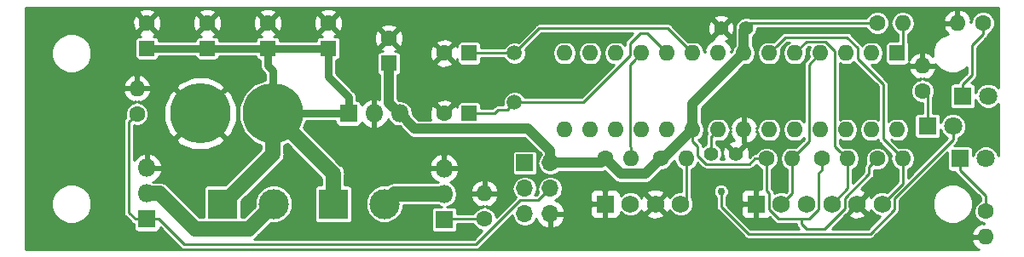
<source format=gbr>
G04 #@! TF.GenerationSoftware,KiCad,Pcbnew,(5.0.1-3-g963ef8bb5)*
G04 #@! TF.CreationDate,2019-03-04T20:59:00-06:00*
G04 #@! TF.ProjectId,SmartNerfBlaster,536D6172744E657266426C6173746572,v1*
G04 #@! TF.SameCoordinates,Original*
G04 #@! TF.FileFunction,Copper,L1,Top,Signal*
G04 #@! TF.FilePolarity,Positive*
%FSLAX46Y46*%
G04 Gerber Fmt 4.6, Leading zero omitted, Abs format (unit mm)*
G04 Created by KiCad (PCBNEW (5.0.1-3-g963ef8bb5)) date Monday, March 04, 2019 at 08:59:00 PM*
%MOMM*%
%LPD*%
G01*
G04 APERTURE LIST*
G04 #@! TA.AperFunction,ComponentPad*
%ADD10C,1.600000*%
G04 #@! TD*
G04 #@! TA.AperFunction,ComponentPad*
%ADD11R,1.600000X1.600000*%
G04 #@! TD*
G04 #@! TA.AperFunction,ComponentPad*
%ADD12C,1.400000*%
G04 #@! TD*
G04 #@! TA.AperFunction,ComponentPad*
%ADD13C,6.000000*%
G04 #@! TD*
G04 #@! TA.AperFunction,ComponentPad*
%ADD14C,1.750000*%
G04 #@! TD*
G04 #@! TA.AperFunction,ComponentPad*
%ADD15R,1.750000X1.750000*%
G04 #@! TD*
G04 #@! TA.AperFunction,ComponentPad*
%ADD16C,3.000000*%
G04 #@! TD*
G04 #@! TA.AperFunction,ComponentPad*
%ADD17R,3.000000X3.000000*%
G04 #@! TD*
G04 #@! TA.AperFunction,ComponentPad*
%ADD18O,1.700000X1.700000*%
G04 #@! TD*
G04 #@! TA.AperFunction,ComponentPad*
%ADD19R,1.700000X1.700000*%
G04 #@! TD*
G04 #@! TA.AperFunction,ComponentPad*
%ADD20R,1.800000X1.800000*%
G04 #@! TD*
G04 #@! TA.AperFunction,ComponentPad*
%ADD21O,1.800000X1.800000*%
G04 #@! TD*
G04 #@! TA.AperFunction,ComponentPad*
%ADD22O,1.600000X1.600000*%
G04 #@! TD*
G04 #@! TA.AperFunction,ComponentPad*
%ADD23C,1.500000*%
G04 #@! TD*
G04 #@! TA.AperFunction,ComponentPad*
%ADD24C,1.800000*%
G04 #@! TD*
G04 #@! TA.AperFunction,ViaPad*
%ADD25C,0.762000*%
G04 #@! TD*
G04 #@! TA.AperFunction,Conductor*
%ADD26C,1.524000*%
G04 #@! TD*
G04 #@! TA.AperFunction,Conductor*
%ADD27C,0.762000*%
G04 #@! TD*
G04 #@! TA.AperFunction,Conductor*
%ADD28C,1.016000*%
G04 #@! TD*
G04 #@! TA.AperFunction,Conductor*
%ADD29C,0.254000*%
G04 #@! TD*
G04 APERTURE END LIST*
D10*
G04 #@! TO.P,C1,2*
G04 #@! TO.N,GND*
X127500000Y-72000000D03*
D11*
G04 #@! TO.P,C1,1*
G04 #@! TO.N,+BATT*
X127500000Y-74500000D03*
G04 #@! TD*
G04 #@! TO.P,C2,1*
G04 #@! TO.N,+5V*
X151500000Y-76000000D03*
D10*
G04 #@! TO.P,C2,2*
G04 #@! TO.N,GND*
X151500000Y-73500000D03*
G04 #@! TD*
D12*
G04 #@! TO.P,C3,1*
G04 #@! TO.N,Net-(C3-Pad1)*
X183500000Y-85000000D03*
G04 #@! TO.P,C3,2*
G04 #@! TO.N,GND*
X186000000Y-85000000D03*
G04 #@! TD*
G04 #@! TO.P,C4,2*
G04 #@! TO.N,GND*
X184500000Y-72500000D03*
G04 #@! TO.P,C4,1*
G04 #@! TO.N,+5V*
X187000000Y-72500000D03*
G04 #@! TD*
D10*
G04 #@! TO.P,C5,2*
G04 #@! TO.N,GND*
X157000000Y-75000000D03*
D11*
G04 #@! TO.P,C5,1*
G04 #@! TO.N,Net-(C5-Pad1)*
X159500000Y-75000000D03*
G04 #@! TD*
G04 #@! TO.P,C6,1*
G04 #@! TO.N,Net-(C6-Pad1)*
X159500000Y-81000000D03*
D10*
G04 #@! TO.P,C6,2*
G04 #@! TO.N,GND*
X157000000Y-81000000D03*
G04 #@! TD*
G04 #@! TO.P,C7,2*
G04 #@! TO.N,GND*
X139500000Y-72000000D03*
D11*
G04 #@! TO.P,C7,1*
G04 #@! TO.N,+BATT*
X139500000Y-74500000D03*
G04 #@! TD*
G04 #@! TO.P,C8,1*
G04 #@! TO.N,+BATT*
X145500000Y-74500000D03*
D10*
G04 #@! TO.P,C8,2*
G04 #@! TO.N,GND*
X145500000Y-72000000D03*
G04 #@! TD*
G04 #@! TO.P,C9,2*
G04 #@! TO.N,GND*
X133500000Y-72000000D03*
D11*
G04 #@! TO.P,C9,1*
G04 #@! TO.N,+BATT*
X133500000Y-74500000D03*
G04 #@! TD*
D13*
G04 #@! TO.P,J1,1*
G04 #@! TO.N,+BATT*
X140000000Y-81000000D03*
G04 #@! TO.P,J1,2*
G04 #@! TO.N,GND*
X132800000Y-81000000D03*
G04 #@! TD*
D14*
G04 #@! TO.P,J2,6*
G04 #@! TO.N,/Pusher_Reset*
X200500000Y-90000000D03*
G04 #@! TO.P,J2,5*
G04 #@! TO.N,GND*
X198000000Y-90000000D03*
G04 #@! TO.P,J2,4*
G04 #@! TO.N,/Flywheel_Button*
X195500000Y-90000000D03*
G04 #@! TO.P,J2,3*
G04 #@! TO.N,GND*
X193000000Y-90000000D03*
G04 #@! TO.P,J2,2*
G04 #@! TO.N,/Trigger*
X190500000Y-90000000D03*
D15*
G04 #@! TO.P,J2,1*
G04 #@! TO.N,GND*
X188000000Y-90000000D03*
G04 #@! TD*
D14*
G04 #@! TO.P,J3,4*
G04 #@! TO.N,/Magazine*
X180500000Y-90000000D03*
G04 #@! TO.P,J3,3*
G04 #@! TO.N,GND*
X178000000Y-90000000D03*
G04 #@! TO.P,J3,2*
G04 #@! TO.N,/Door*
X175500000Y-90000000D03*
D15*
G04 #@! TO.P,J3,1*
G04 #@! TO.N,GND*
X173000000Y-90000000D03*
G04 #@! TD*
D16*
G04 #@! TO.P,J4,2*
G04 #@! TO.N,/Pusher_Power*
X151080000Y-90000000D03*
D17*
G04 #@! TO.P,J4,1*
G04 #@! TO.N,+BATT*
X146000000Y-90000000D03*
G04 #@! TD*
G04 #@! TO.P,J5,1*
G04 #@! TO.N,+BATT*
X135000000Y-90000000D03*
D16*
G04 #@! TO.P,J5,2*
G04 #@! TO.N,/Flywheel_Power*
X140080000Y-90000000D03*
G04 #@! TD*
D18*
G04 #@! TO.P,J6,6*
G04 #@! TO.N,GND*
X167540000Y-91000000D03*
G04 #@! TO.P,J6,5*
G04 #@! TO.N,/Reset*
X165000000Y-91000000D03*
G04 #@! TO.P,J6,4*
G04 #@! TO.N,/Flywheel*
X167540000Y-88460000D03*
G04 #@! TO.P,J6,3*
G04 #@! TO.N,Net-(J6-Pad3)*
X165000000Y-88460000D03*
G04 #@! TO.P,J6,2*
G04 #@! TO.N,+5V*
X167540000Y-85920000D03*
D19*
G04 #@! TO.P,J6,1*
G04 #@! TO.N,Net-(J6-Pad1)*
X165000000Y-85920000D03*
G04 #@! TD*
D20*
G04 #@! TO.P,Q1,1*
G04 #@! TO.N,/Pusher*
X157000000Y-91540000D03*
D21*
G04 #@! TO.P,Q1,2*
G04 #@! TO.N,/Pusher_Power*
X157000000Y-89000000D03*
G04 #@! TO.P,Q1,3*
G04 #@! TO.N,GND*
X157000000Y-86460000D03*
G04 #@! TD*
G04 #@! TO.P,Q2,3*
G04 #@! TO.N,GND*
X127500000Y-86420000D03*
G04 #@! TO.P,Q2,2*
G04 #@! TO.N,/Flywheel_Power*
X127500000Y-88960000D03*
D20*
G04 #@! TO.P,Q2,1*
G04 #@! TO.N,/Flywheel*
X127500000Y-91500000D03*
G04 #@! TD*
D22*
G04 #@! TO.P,R1,2*
G04 #@! TO.N,GND*
X161000000Y-88960000D03*
D10*
G04 #@! TO.P,R1,1*
G04 #@! TO.N,/Pusher*
X161000000Y-91500000D03*
G04 #@! TD*
G04 #@! TO.P,R2,1*
G04 #@! TO.N,/Flywheel*
X126500000Y-81040000D03*
D22*
G04 #@! TO.P,R2,2*
G04 #@! TO.N,GND*
X126500000Y-78500000D03*
G04 #@! TD*
D10*
G04 #@! TO.P,R3,1*
G04 #@! TO.N,+5V*
X200000000Y-72000000D03*
D22*
G04 #@! TO.P,R3,2*
G04 #@! TO.N,/Reset*
X202540000Y-72000000D03*
G04 #@! TD*
G04 #@! TO.P,R4,2*
G04 #@! TO.N,/Trigger*
X191540000Y-85500000D03*
D10*
G04 #@! TO.P,R4,1*
G04 #@! TO.N,+5V*
X189000000Y-85500000D03*
G04 #@! TD*
G04 #@! TO.P,R5,1*
G04 #@! TO.N,+5V*
X194500000Y-85500000D03*
D22*
G04 #@! TO.P,R5,2*
G04 #@! TO.N,/Flywheel_Button*
X197040000Y-85500000D03*
G04 #@! TD*
G04 #@! TO.P,R6,2*
G04 #@! TO.N,/Pusher_Reset*
X202540000Y-85500000D03*
D10*
G04 #@! TO.P,R6,1*
G04 #@! TO.N,+5V*
X200000000Y-85500000D03*
G04 #@! TD*
G04 #@! TO.P,R7,1*
G04 #@! TO.N,+5V*
X173000000Y-85500000D03*
D22*
G04 #@! TO.P,R7,2*
G04 #@! TO.N,/Door*
X175540000Y-85500000D03*
G04 #@! TD*
G04 #@! TO.P,R8,2*
G04 #@! TO.N,/Magazine*
X181040000Y-85500000D03*
D10*
G04 #@! TO.P,R8,1*
G04 #@! TO.N,+5V*
X178500000Y-85500000D03*
G04 #@! TD*
D21*
G04 #@! TO.P,U1,3*
G04 #@! TO.N,+5V*
X152580000Y-81000000D03*
G04 #@! TO.P,U1,2*
G04 #@! TO.N,GND*
X150040000Y-81000000D03*
D20*
G04 #@! TO.P,U1,1*
G04 #@! TO.N,+BATT*
X147500000Y-81000000D03*
G04 #@! TD*
D22*
G04 #@! TO.P,U2,28*
G04 #@! TO.N,Net-(U2-Pad28)*
X202000000Y-82620000D03*
G04 #@! TO.P,U2,14*
G04 #@! TO.N,/LED1*
X168980000Y-75000000D03*
G04 #@! TO.P,U2,27*
G04 #@! TO.N,Net-(U2-Pad27)*
X199460000Y-82620000D03*
G04 #@! TO.P,U2,13*
G04 #@! TO.N,/LED3*
X171520000Y-75000000D03*
G04 #@! TO.P,U2,26*
G04 #@! TO.N,Net-(U2-Pad26)*
X196920000Y-82620000D03*
G04 #@! TO.P,U2,12*
G04 #@! TO.N,/Magazine*
X174060000Y-75000000D03*
G04 #@! TO.P,U2,25*
G04 #@! TO.N,Net-(U2-Pad25)*
X194380000Y-82620000D03*
G04 #@! TO.P,U2,11*
G04 #@! TO.N,/Door*
X176600000Y-75000000D03*
G04 #@! TO.P,U2,24*
G04 #@! TO.N,Net-(U2-Pad24)*
X191840000Y-82620000D03*
G04 #@! TO.P,U2,10*
G04 #@! TO.N,Net-(C6-Pad1)*
X179140000Y-75000000D03*
G04 #@! TO.P,U2,23*
G04 #@! TO.N,Net-(U2-Pad23)*
X189300000Y-82620000D03*
G04 #@! TO.P,U2,9*
G04 #@! TO.N,Net-(C5-Pad1)*
X181680000Y-75000000D03*
G04 #@! TO.P,U2,22*
G04 #@! TO.N,GND*
X186760000Y-82620000D03*
G04 #@! TO.P,U2,8*
X184220000Y-75000000D03*
G04 #@! TO.P,U2,21*
G04 #@! TO.N,Net-(C3-Pad1)*
X184220000Y-82620000D03*
G04 #@! TO.P,U2,7*
G04 #@! TO.N,+5V*
X186760000Y-75000000D03*
G04 #@! TO.P,U2,20*
X181680000Y-82620000D03*
G04 #@! TO.P,U2,6*
G04 #@! TO.N,/Pusher_Reset*
X189300000Y-75000000D03*
G04 #@! TO.P,U2,19*
G04 #@! TO.N,Net-(J6-Pad3)*
X179140000Y-82620000D03*
G04 #@! TO.P,U2,5*
G04 #@! TO.N,/Flywheel_Button*
X191840000Y-75000000D03*
G04 #@! TO.P,U2,18*
G04 #@! TO.N,Net-(J6-Pad1)*
X176600000Y-82620000D03*
G04 #@! TO.P,U2,4*
G04 #@! TO.N,/Trigger*
X194380000Y-75000000D03*
G04 #@! TO.P,U2,17*
G04 #@! TO.N,/Flywheel*
X174060000Y-82620000D03*
G04 #@! TO.P,U2,3*
G04 #@! TO.N,Net-(U2-Pad3)*
X196920000Y-75000000D03*
G04 #@! TO.P,U2,16*
G04 #@! TO.N,/Pusher*
X171520000Y-82620000D03*
G04 #@! TO.P,U2,2*
G04 #@! TO.N,Net-(U2-Pad2)*
X199460000Y-75000000D03*
G04 #@! TO.P,U2,15*
G04 #@! TO.N,/LED2*
X168980000Y-82620000D03*
D11*
G04 #@! TO.P,U2,1*
G04 #@! TO.N,/Reset*
X202000000Y-75000000D03*
G04 #@! TD*
D23*
G04 #@! TO.P,Y1,2*
G04 #@! TO.N,Net-(C6-Pad1)*
X164000000Y-79880000D03*
G04 #@! TO.P,Y1,1*
G04 #@! TO.N,Net-(C5-Pad1)*
X164000000Y-75000000D03*
G04 #@! TD*
D24*
G04 #@! TO.P,D1,2*
G04 #@! TO.N,/LED1*
X211040000Y-79250000D03*
D20*
G04 #@! TO.P,D1,1*
G04 #@! TO.N,Net-(D1-Pad1)*
X208500000Y-79250000D03*
G04 #@! TD*
G04 #@! TO.P,D2,1*
G04 #@! TO.N,Net-(D2-Pad1)*
X205000000Y-82250000D03*
D24*
G04 #@! TO.P,D2,2*
G04 #@! TO.N,/LED2*
X207540000Y-82250000D03*
G04 #@! TD*
G04 #@! TO.P,D3,2*
G04 #@! TO.N,/LED3*
X210790000Y-85500000D03*
D20*
G04 #@! TO.P,D3,1*
G04 #@! TO.N,Net-(D3-Pad1)*
X208250000Y-85500000D03*
G04 #@! TD*
D10*
G04 #@! TO.P,R9,1*
G04 #@! TO.N,Net-(D1-Pad1)*
X210500000Y-72000000D03*
D22*
G04 #@! TO.P,R9,2*
G04 #@! TO.N,GND*
X207960000Y-72000000D03*
G04 #@! TD*
G04 #@! TO.P,R10,2*
G04 #@! TO.N,GND*
X204500000Y-76250000D03*
D10*
G04 #@! TO.P,R10,1*
G04 #@! TO.N,Net-(D2-Pad1)*
X204500000Y-78790000D03*
G04 #@! TD*
D22*
G04 #@! TO.P,R11,2*
G04 #@! TO.N,GND*
X210750000Y-93290000D03*
D10*
G04 #@! TO.P,R11,1*
G04 #@! TO.N,Net-(D3-Pad1)*
X210750000Y-90750000D03*
G04 #@! TD*
D25*
G04 #@! TO.N,/LED2*
X184500000Y-88750000D03*
G04 #@! TD*
D26*
G04 #@! TO.N,+BATT*
X140000000Y-85000000D02*
X135000000Y-90000000D01*
X140000000Y-81000000D02*
X140000000Y-85000000D01*
X146000000Y-87000000D02*
X140000000Y-81000000D01*
X146000000Y-90000000D02*
X146000000Y-87000000D01*
D27*
X139500000Y-76257360D02*
X139500000Y-74500000D01*
X140000000Y-76757360D02*
X139500000Y-76257360D01*
X140000000Y-81000000D02*
X140000000Y-76757360D01*
X127500000Y-74500000D02*
X133500000Y-74500000D01*
X133500000Y-74500000D02*
X139500000Y-74500000D01*
X139500000Y-74500000D02*
X145500000Y-74500000D01*
X145500000Y-77338000D02*
X145500000Y-74500000D01*
X147500000Y-79338000D02*
X145500000Y-77338000D01*
X147500000Y-81000000D02*
X147500000Y-79338000D01*
X147500000Y-81000000D02*
X140000000Y-81000000D01*
D28*
G04 #@! TO.N,+5V*
X151500000Y-79920000D02*
X152580000Y-81000000D01*
X151500000Y-76000000D02*
X151500000Y-79920000D01*
X167540000Y-84717919D02*
X167540000Y-85920000D01*
X165330082Y-82508001D02*
X167540000Y-84717919D01*
X154088001Y-82508001D02*
X165330082Y-82508001D01*
X152580000Y-81000000D02*
X154088001Y-82508001D01*
X172580000Y-85920000D02*
X173000000Y-85500000D01*
X167540000Y-85920000D02*
X172580000Y-85920000D01*
X176991999Y-87008001D02*
X177700001Y-86299999D01*
X174508001Y-87008001D02*
X176991999Y-87008001D01*
X177700001Y-86299999D02*
X178500000Y-85500000D01*
X173000000Y-85500000D02*
X174508001Y-87008001D01*
X178800000Y-85500000D02*
X181680000Y-82620000D01*
X178500000Y-85500000D02*
X178800000Y-85500000D01*
X181680000Y-80080000D02*
X186760000Y-75000000D01*
X181680000Y-82620000D02*
X181680000Y-80080000D01*
X186760000Y-72740000D02*
X187000000Y-72500000D01*
X186760000Y-75000000D02*
X186760000Y-72740000D01*
D29*
X187500000Y-72000000D02*
X187000000Y-72500000D01*
X200000000Y-72000000D02*
X187500000Y-72000000D01*
X189297999Y-90576961D02*
X190221038Y-91500000D01*
X189297999Y-88959397D02*
X189297999Y-90576961D01*
X189000000Y-88661398D02*
X189297999Y-88959397D01*
X189000000Y-85500000D02*
X189000000Y-88661398D01*
X194500000Y-86631370D02*
X194500000Y-85500000D01*
X194202001Y-86929369D02*
X194500000Y-86631370D01*
X194202001Y-90576961D02*
X194202001Y-86929369D01*
X193278962Y-91500000D02*
X194202001Y-90576961D01*
X192500000Y-91500000D02*
X192500000Y-92000000D01*
X190221038Y-91500000D02*
X192500000Y-91500000D01*
X192500000Y-91500000D02*
X193278962Y-91500000D01*
X192500000Y-92000000D02*
X193000000Y-92500000D01*
X199200001Y-86299999D02*
X200000000Y-85500000D01*
X196797999Y-89423039D02*
X199200001Y-87021037D01*
X199200001Y-87021037D02*
X199200001Y-86299999D01*
X196797999Y-90480963D02*
X196797999Y-89423039D01*
X194778962Y-92500000D02*
X196797999Y-90480963D01*
X193000000Y-92500000D02*
X194778962Y-92500000D01*
X183007039Y-86027001D02*
X187341629Y-86027001D01*
X187341629Y-86027001D02*
X187868630Y-85500000D01*
X182167001Y-85186963D02*
X183007039Y-86027001D01*
X182167001Y-84238371D02*
X182167001Y-85186963D01*
X181680000Y-83751370D02*
X182167001Y-84238371D01*
X187868630Y-85500000D02*
X189000000Y-85500000D01*
X181680000Y-82620000D02*
X181680000Y-83751370D01*
G04 #@! TO.N,Net-(C3-Pad1)*
X183500000Y-83340000D02*
X184220000Y-82620000D01*
X183500000Y-85000000D02*
X183500000Y-83340000D01*
G04 #@! TO.N,Net-(C6-Pad1)*
X175472999Y-75254963D02*
X175472999Y-74027001D01*
X170847962Y-79880000D02*
X175472999Y-75254963D01*
X164000000Y-79880000D02*
X170847962Y-79880000D01*
X175472999Y-74027001D02*
X176500000Y-73000000D01*
X176500000Y-73000000D02*
X177140000Y-73000000D01*
X177140000Y-73000000D02*
X179140000Y-75000000D01*
X163250001Y-80629999D02*
X162370001Y-80629999D01*
X164000000Y-79880000D02*
X163250001Y-80629999D01*
X162000000Y-81000000D02*
X159500000Y-81000000D01*
X162370001Y-80629999D02*
X162000000Y-81000000D01*
G04 #@! TO.N,/Pusher_Reset*
X202540000Y-87960000D02*
X200500000Y-90000000D01*
X202540000Y-85500000D02*
X202540000Y-87960000D01*
X190099999Y-74200001D02*
X189300000Y-75000000D01*
X190881011Y-73418989D02*
X190099999Y-74200001D01*
X197006951Y-73418989D02*
X190881011Y-73418989D01*
X198047001Y-75540961D02*
X198047001Y-74459039D01*
X198047001Y-74459039D02*
X197006951Y-73418989D01*
X200587001Y-78080961D02*
X198047001Y-75540961D01*
X200587001Y-83547001D02*
X200587001Y-78080961D01*
X202540000Y-85500000D02*
X200587001Y-83547001D01*
G04 #@! TO.N,/Flywheel_Button*
X197040000Y-88460000D02*
X195500000Y-90000000D01*
X197040000Y-85500000D02*
X197040000Y-88460000D01*
X192967001Y-73872999D02*
X194872999Y-73872999D01*
X191840000Y-75000000D02*
X192967001Y-73872999D01*
X196240001Y-84700001D02*
X197040000Y-85500000D01*
X195792999Y-84252999D02*
X196240001Y-84700001D01*
X195792999Y-74792999D02*
X195792999Y-84252999D01*
X194872999Y-73872999D02*
X195792999Y-74792999D01*
G04 #@! TO.N,/Trigger*
X191540000Y-88960000D02*
X191540000Y-85500000D01*
X190500000Y-90000000D02*
X191540000Y-88960000D01*
X193252999Y-83787001D02*
X192339999Y-84700001D01*
X192339999Y-84700001D02*
X191540000Y-85500000D01*
X193252999Y-76127001D02*
X193252999Y-83787001D01*
X194380000Y-75000000D02*
X193252999Y-76127001D01*
G04 #@! TO.N,/Magazine*
X181040000Y-89460000D02*
X180500000Y-90000000D01*
X181040000Y-85500000D02*
X181040000Y-89460000D01*
G04 #@! TO.N,/Door*
X175472999Y-76127001D02*
X175800001Y-75799999D01*
X175472999Y-84301629D02*
X175472999Y-76127001D01*
X175540000Y-84368630D02*
X175472999Y-84301629D01*
X175800001Y-75799999D02*
X176600000Y-75000000D01*
X175540000Y-85500000D02*
X175540000Y-84368630D01*
D26*
G04 #@! TO.N,/Pusher_Power*
X152080000Y-89000000D02*
X157000000Y-89000000D01*
X151080000Y-90000000D02*
X152080000Y-89000000D01*
G04 #@! TO.N,/Flywheel_Power*
X128772792Y-88960000D02*
X127500000Y-88960000D01*
X137617999Y-92462001D02*
X132274793Y-92462001D01*
X132274793Y-92462001D02*
X128772792Y-88960000D01*
X140080000Y-90000000D02*
X137617999Y-92462001D01*
D29*
G04 #@! TO.N,/Reset*
X202540000Y-74460000D02*
X202000000Y-75000000D01*
X202540000Y-72000000D02*
X202540000Y-74460000D01*
G04 #@! TO.N,/Flywheel*
X125700001Y-81839999D02*
X126500000Y-81040000D01*
X125700001Y-90854001D02*
X125700001Y-81839999D01*
X126346000Y-91500000D02*
X125700001Y-90854001D01*
X127500000Y-91500000D02*
X126346000Y-91500000D01*
X164530961Y-89637001D02*
X160167962Y-94000000D01*
X166362999Y-89637001D02*
X164530961Y-89637001D01*
X167540000Y-88460000D02*
X166362999Y-89637001D01*
X128654000Y-91500000D02*
X127500000Y-91500000D01*
X131154000Y-94000000D02*
X128654000Y-91500000D01*
X160167962Y-94000000D02*
X131154000Y-94000000D01*
G04 #@! TO.N,/Pusher*
X157040000Y-91500000D02*
X157000000Y-91540000D01*
X161000000Y-91500000D02*
X157040000Y-91500000D01*
G04 #@! TO.N,Net-(C5-Pad1)*
X179225990Y-72545990D02*
X180880001Y-74200001D01*
X180880001Y-74200001D02*
X181680000Y-75000000D01*
X166454010Y-72545990D02*
X179225990Y-72545990D01*
X164000000Y-75000000D02*
X166454010Y-72545990D01*
X164000000Y-75000000D02*
X159500000Y-75000000D01*
G04 #@! TO.N,Net-(D1-Pad1)*
X208500000Y-78096000D02*
X208500000Y-79250000D01*
X209427001Y-77168999D02*
X208500000Y-78096000D01*
X209427001Y-74204369D02*
X209427001Y-77168999D01*
X210500000Y-73131370D02*
X209427001Y-74204369D01*
X210500000Y-72000000D02*
X210500000Y-73131370D01*
G04 #@! TO.N,Net-(D2-Pad1)*
X205000000Y-79290000D02*
X204500000Y-78790000D01*
X205000000Y-82250000D02*
X205000000Y-79290000D01*
G04 #@! TO.N,/LED2*
X199324952Y-92954010D02*
X187204010Y-92954010D01*
X201702001Y-90576961D02*
X199324952Y-92954010D01*
X207540000Y-83602067D02*
X201702001Y-89440066D01*
X201702001Y-89440066D02*
X201702001Y-90576961D01*
X207540000Y-82250000D02*
X207540000Y-83602067D01*
X187204010Y-92954010D02*
X184500000Y-90250000D01*
X184500000Y-90250000D02*
X184500000Y-89267501D01*
X184500000Y-89267501D02*
X184500000Y-88750000D01*
G04 #@! TO.N,Net-(D3-Pad1)*
X210750000Y-89154000D02*
X210750000Y-89618630D01*
X210750000Y-89618630D02*
X210750000Y-90750000D01*
X208250000Y-86654000D02*
X210750000Y-89154000D01*
X208250000Y-85500000D02*
X208250000Y-86654000D01*
G04 #@! TD*
G04 #@! TO.N,GND*
G36*
X212044001Y-78442394D02*
X211765628Y-78164021D01*
X211294807Y-77969000D01*
X210785193Y-77969000D01*
X210314372Y-78164021D01*
X209954021Y-78524372D01*
X209788464Y-78924061D01*
X209788464Y-78350000D01*
X209758894Y-78201341D01*
X209674686Y-78075314D01*
X209548659Y-77991106D01*
X209400000Y-77961536D01*
X209352884Y-77961536D01*
X209750833Y-77563587D01*
X209793248Y-77535246D01*
X209905526Y-77367211D01*
X209935001Y-77219031D01*
X209935001Y-77219028D01*
X209944952Y-77169000D01*
X209935001Y-77118972D01*
X209935001Y-74414789D01*
X210823835Y-73525956D01*
X210866247Y-73497617D01*
X210894586Y-73455205D01*
X210894588Y-73455203D01*
X210978525Y-73329582D01*
X210980352Y-73320395D01*
X211008000Y-73181402D01*
X211008000Y-73181398D01*
X211017951Y-73131370D01*
X211008000Y-73081342D01*
X211008000Y-73067884D01*
X211168983Y-73001203D01*
X211501203Y-72668983D01*
X211681000Y-72234915D01*
X211681000Y-71765085D01*
X211501203Y-71331017D01*
X211168983Y-70998797D01*
X210734915Y-70819000D01*
X210265085Y-70819000D01*
X209831017Y-70998797D01*
X209498797Y-71331017D01*
X209319000Y-71765085D01*
X209319000Y-71872998D01*
X209229916Y-71872998D01*
X209351904Y-71650961D01*
X209191041Y-71262577D01*
X208815134Y-70847611D01*
X208309041Y-70608086D01*
X208087000Y-70729371D01*
X208087000Y-71873000D01*
X208107000Y-71873000D01*
X208107000Y-72127000D01*
X208087000Y-72127000D01*
X208087000Y-72147000D01*
X207833000Y-72147000D01*
X207833000Y-72127000D01*
X206690085Y-72127000D01*
X206568096Y-72349039D01*
X206728959Y-72737423D01*
X207017298Y-73055723D01*
X206377854Y-73320589D01*
X205820589Y-73877854D01*
X205519000Y-74605955D01*
X205519000Y-75274032D01*
X205237423Y-75018959D01*
X204849039Y-74858096D01*
X204627000Y-74980085D01*
X204627000Y-76123000D01*
X205770629Y-76123000D01*
X205799244Y-76070614D01*
X205820589Y-76122146D01*
X206377854Y-76679411D01*
X207105955Y-76981000D01*
X207894045Y-76981000D01*
X208622146Y-76679411D01*
X208919002Y-76382555D01*
X208919002Y-76958578D01*
X208176168Y-77701412D01*
X208133753Y-77729753D01*
X208105413Y-77772167D01*
X208105412Y-77772168D01*
X208031524Y-77882749D01*
X208021475Y-77897789D01*
X208008795Y-77961536D01*
X207600000Y-77961536D01*
X207451341Y-77991106D01*
X207325314Y-78075314D01*
X207241106Y-78201341D01*
X207211536Y-78350000D01*
X207211536Y-80150000D01*
X207241106Y-80298659D01*
X207325314Y-80424686D01*
X207451341Y-80508894D01*
X207600000Y-80538464D01*
X209400000Y-80538464D01*
X209548659Y-80508894D01*
X209674686Y-80424686D01*
X209758894Y-80298659D01*
X209788464Y-80150000D01*
X209788464Y-79575939D01*
X209954021Y-79975628D01*
X210314372Y-80335979D01*
X210785193Y-80531000D01*
X211294807Y-80531000D01*
X211765628Y-80335979D01*
X212044001Y-80057606D01*
X212044000Y-85180010D01*
X211875979Y-84774372D01*
X211515628Y-84414021D01*
X211044807Y-84219000D01*
X210535193Y-84219000D01*
X210064372Y-84414021D01*
X209704021Y-84774372D01*
X209538464Y-85174061D01*
X209538464Y-84600000D01*
X209508894Y-84451341D01*
X209424686Y-84325314D01*
X209298659Y-84241106D01*
X209150000Y-84211536D01*
X207648951Y-84211536D01*
X207863832Y-83996655D01*
X207906247Y-83968314D01*
X208018525Y-83800279D01*
X208048000Y-83652099D01*
X208048000Y-83652096D01*
X208057951Y-83602068D01*
X208048000Y-83552040D01*
X208048000Y-83426124D01*
X208265628Y-83335979D01*
X208625979Y-82975628D01*
X208821000Y-82504807D01*
X208821000Y-81995193D01*
X208625979Y-81524372D01*
X208265628Y-81164021D01*
X207794807Y-80969000D01*
X207285193Y-80969000D01*
X206814372Y-81164021D01*
X206454021Y-81524372D01*
X206288464Y-81924061D01*
X206288464Y-81350000D01*
X206258894Y-81201341D01*
X206174686Y-81075314D01*
X206048659Y-80991106D01*
X205900000Y-80961536D01*
X205508000Y-80961536D01*
X205508000Y-79442574D01*
X205681000Y-79024915D01*
X205681000Y-78555085D01*
X205501203Y-78121017D01*
X205168983Y-77788797D01*
X204734915Y-77609000D01*
X204627002Y-77609000D01*
X204627002Y-77519916D01*
X204849039Y-77641904D01*
X205237423Y-77481041D01*
X205652389Y-77105134D01*
X205891914Y-76599041D01*
X205770629Y-76377000D01*
X204627000Y-76377000D01*
X204627000Y-76397000D01*
X204373000Y-76397000D01*
X204373000Y-76377000D01*
X203229371Y-76377000D01*
X203108086Y-76599041D01*
X203347611Y-77105134D01*
X203762577Y-77481041D01*
X204150961Y-77641904D01*
X204372998Y-77519916D01*
X204372998Y-77609000D01*
X204265085Y-77609000D01*
X203831017Y-77788797D01*
X203498797Y-78121017D01*
X203319000Y-78555085D01*
X203319000Y-79024915D01*
X203498797Y-79458983D01*
X203831017Y-79791203D01*
X204265085Y-79971000D01*
X204492001Y-79971000D01*
X204492000Y-80961536D01*
X204100000Y-80961536D01*
X203951341Y-80991106D01*
X203825314Y-81075314D01*
X203741106Y-81201341D01*
X203711536Y-81350000D01*
X203711536Y-83150000D01*
X203741106Y-83298659D01*
X203825314Y-83424686D01*
X203951341Y-83508894D01*
X204100000Y-83538464D01*
X205900000Y-83538464D01*
X206048659Y-83508894D01*
X206174686Y-83424686D01*
X206258894Y-83298659D01*
X206288464Y-83150000D01*
X206288464Y-82575939D01*
X206454021Y-82975628D01*
X206814372Y-83335979D01*
X207007621Y-83416026D01*
X203048000Y-87375647D01*
X203048000Y-86580942D01*
X203391453Y-86351453D01*
X203652478Y-85960803D01*
X203744137Y-85500000D01*
X203652478Y-85039197D01*
X203391453Y-84648547D01*
X203000803Y-84387522D01*
X202656318Y-84319000D01*
X202423682Y-84319000D01*
X202134869Y-84376448D01*
X201393639Y-83635219D01*
X201539197Y-83732478D01*
X201883682Y-83801000D01*
X202116318Y-83801000D01*
X202460803Y-83732478D01*
X202851453Y-83471453D01*
X203112478Y-83080803D01*
X203204137Y-82620000D01*
X203112478Y-82159197D01*
X202851453Y-81768547D01*
X202460803Y-81507522D01*
X202116318Y-81439000D01*
X201883682Y-81439000D01*
X201539197Y-81507522D01*
X201148547Y-81768547D01*
X201095001Y-81848684D01*
X201095001Y-78130988D01*
X201104952Y-78080960D01*
X201095001Y-78030932D01*
X201095001Y-78030929D01*
X201065526Y-77882749D01*
X200953248Y-77714714D01*
X200910833Y-77686373D01*
X199405460Y-76181000D01*
X199576318Y-76181000D01*
X199920803Y-76112478D01*
X200311453Y-75851453D01*
X200572478Y-75460803D01*
X200664137Y-75000000D01*
X200572478Y-74539197D01*
X200345833Y-74200000D01*
X200811536Y-74200000D01*
X200811536Y-75800000D01*
X200841106Y-75948659D01*
X200925314Y-76074686D01*
X201051341Y-76158894D01*
X201200000Y-76188464D01*
X202800000Y-76188464D01*
X202948659Y-76158894D01*
X203074686Y-76074686D01*
X203145275Y-75969042D01*
X203229371Y-76123000D01*
X204373000Y-76123000D01*
X204373000Y-74980085D01*
X204150961Y-74858096D01*
X203762577Y-75018959D01*
X203347611Y-75394866D01*
X203188464Y-75731128D01*
X203188464Y-74200000D01*
X203158894Y-74051341D01*
X203074686Y-73925314D01*
X203048000Y-73907483D01*
X203048000Y-73080942D01*
X203391453Y-72851453D01*
X203652478Y-72460803D01*
X203744137Y-72000000D01*
X203674710Y-71650961D01*
X206568096Y-71650961D01*
X206690085Y-71873000D01*
X207833000Y-71873000D01*
X207833000Y-70729371D01*
X207610959Y-70608086D01*
X207104866Y-70847611D01*
X206728959Y-71262577D01*
X206568096Y-71650961D01*
X203674710Y-71650961D01*
X203652478Y-71539197D01*
X203391453Y-71148547D01*
X203000803Y-70887522D01*
X202656318Y-70819000D01*
X202423682Y-70819000D01*
X202079197Y-70887522D01*
X201688547Y-71148547D01*
X201427522Y-71539197D01*
X201335863Y-72000000D01*
X201427522Y-72460803D01*
X201688547Y-72851453D01*
X202032000Y-73080942D01*
X202032001Y-73811536D01*
X201200000Y-73811536D01*
X201051341Y-73841106D01*
X200925314Y-73925314D01*
X200841106Y-74051341D01*
X200811536Y-74200000D01*
X200345833Y-74200000D01*
X200311453Y-74148547D01*
X199920803Y-73887522D01*
X199576318Y-73819000D01*
X199343682Y-73819000D01*
X198999197Y-73887522D01*
X198608547Y-74148547D01*
X198527361Y-74270050D01*
X198525526Y-74260827D01*
X198487802Y-74204369D01*
X198441589Y-74135206D01*
X198441587Y-74135204D01*
X198413248Y-74092792D01*
X198370836Y-74064453D01*
X197401539Y-73095157D01*
X197373198Y-73052742D01*
X197205163Y-72940464D01*
X197056983Y-72910989D01*
X197056979Y-72910989D01*
X197006951Y-72901038D01*
X196956923Y-72910989D01*
X190931039Y-72910989D01*
X190881011Y-72901038D01*
X190830983Y-72910989D01*
X190830979Y-72910989D01*
X190719524Y-72933159D01*
X190682799Y-72940464D01*
X190557178Y-73024401D01*
X190557176Y-73024403D01*
X190514764Y-73052742D01*
X190486425Y-73095154D01*
X189776167Y-73805413D01*
X189705132Y-73876448D01*
X189416318Y-73819000D01*
X189183682Y-73819000D01*
X188839197Y-73887522D01*
X188448547Y-74148547D01*
X188187522Y-74539197D01*
X188095863Y-75000000D01*
X188187522Y-75460803D01*
X188448547Y-75851453D01*
X188839197Y-76112478D01*
X189183682Y-76181000D01*
X189416318Y-76181000D01*
X189760803Y-76112478D01*
X190151453Y-75851453D01*
X190412478Y-75460803D01*
X190504137Y-75000000D01*
X190423552Y-74594868D01*
X190494587Y-74523833D01*
X191091432Y-73926989D01*
X191320131Y-73926989D01*
X190988547Y-74148547D01*
X190727522Y-74539197D01*
X190635863Y-75000000D01*
X190727522Y-75460803D01*
X190988547Y-75851453D01*
X191379197Y-76112478D01*
X191723682Y-76181000D01*
X191956318Y-76181000D01*
X192300803Y-76112478D01*
X192691453Y-75851453D01*
X192952478Y-75460803D01*
X193044137Y-75000000D01*
X192963552Y-74594869D01*
X193177422Y-74380999D01*
X193373227Y-74380999D01*
X193267522Y-74539197D01*
X193175863Y-75000000D01*
X193256448Y-75405131D01*
X192929167Y-75732413D01*
X192886752Y-75760754D01*
X192774474Y-75928790D01*
X192744999Y-76076970D01*
X192744999Y-76076973D01*
X192735048Y-76127001D01*
X192744999Y-76177029D01*
X192745000Y-81848685D01*
X192691453Y-81768547D01*
X192300803Y-81507522D01*
X191956318Y-81439000D01*
X191723682Y-81439000D01*
X191379197Y-81507522D01*
X190988547Y-81768547D01*
X190727522Y-82159197D01*
X190635863Y-82620000D01*
X190727522Y-83080803D01*
X190988547Y-83471453D01*
X191379197Y-83732478D01*
X191723682Y-83801000D01*
X191956318Y-83801000D01*
X192300803Y-83732478D01*
X192691453Y-83471453D01*
X192745000Y-83391315D01*
X192745000Y-83576579D01*
X192016167Y-84305413D01*
X191945132Y-84376448D01*
X191656318Y-84319000D01*
X191423682Y-84319000D01*
X191079197Y-84387522D01*
X190688547Y-84648547D01*
X190427522Y-85039197D01*
X190335863Y-85500000D01*
X190427522Y-85960803D01*
X190688547Y-86351453D01*
X191032001Y-86580942D01*
X191032000Y-88749579D01*
X190953300Y-88828279D01*
X190749834Y-88744000D01*
X190250166Y-88744000D01*
X189809419Y-88926564D01*
X189805999Y-88909366D01*
X189805999Y-88909365D01*
X189776524Y-88761185D01*
X189664246Y-88593150D01*
X189621832Y-88564810D01*
X189508000Y-88450978D01*
X189508000Y-86567884D01*
X189668983Y-86501203D01*
X190001203Y-86168983D01*
X190181000Y-85734915D01*
X190181000Y-85265085D01*
X190001203Y-84831017D01*
X189668983Y-84498797D01*
X189234915Y-84319000D01*
X188765085Y-84319000D01*
X188331017Y-84498797D01*
X187998797Y-84831017D01*
X187932116Y-84992000D01*
X187918658Y-84992000D01*
X187868630Y-84982049D01*
X187818602Y-84992000D01*
X187818598Y-84992000D01*
X187670418Y-85021475D01*
X187544797Y-85105412D01*
X187544795Y-85105414D01*
X187502383Y-85133753D01*
X187474044Y-85176165D01*
X187287692Y-85362518D01*
X187347419Y-85192878D01*
X187318664Y-84662560D01*
X187171042Y-84306169D01*
X186935275Y-84244331D01*
X186179605Y-85000000D01*
X186193748Y-85014142D01*
X186014143Y-85193748D01*
X186000000Y-85179605D01*
X185985858Y-85193748D01*
X185806252Y-85014142D01*
X185820395Y-85000000D01*
X185064725Y-84244331D01*
X184828958Y-84306169D01*
X184652581Y-84807122D01*
X184681336Y-85337440D01*
X184756541Y-85519001D01*
X184455089Y-85519001D01*
X184581000Y-85215024D01*
X184581000Y-84784976D01*
X184416428Y-84387663D01*
X184112337Y-84083572D01*
X184008000Y-84040354D01*
X184008000Y-83781968D01*
X184103682Y-83801000D01*
X184336318Y-83801000D01*
X184680803Y-83732478D01*
X185071453Y-83471453D01*
X185332478Y-83080803D01*
X185398875Y-82747002D01*
X185489370Y-82747002D01*
X185368086Y-82969041D01*
X185607611Y-83475134D01*
X185825486Y-83672502D01*
X185662560Y-83681336D01*
X185306169Y-83828958D01*
X185244331Y-84064725D01*
X186000000Y-84820395D01*
X186755669Y-84064725D01*
X186693831Y-83828958D01*
X186633000Y-83807540D01*
X186633000Y-82747000D01*
X186613000Y-82747000D01*
X186613000Y-82493000D01*
X186633000Y-82493000D01*
X186633000Y-81350085D01*
X186887000Y-81350085D01*
X186887000Y-82493000D01*
X186907000Y-82493000D01*
X186907000Y-82747000D01*
X186887000Y-82747000D01*
X186887000Y-83889915D01*
X187109039Y-84011904D01*
X187497423Y-83851041D01*
X187912389Y-83475134D01*
X188151914Y-82969041D01*
X188030630Y-82747002D01*
X188121125Y-82747002D01*
X188187522Y-83080803D01*
X188448547Y-83471453D01*
X188839197Y-83732478D01*
X189183682Y-83801000D01*
X189416318Y-83801000D01*
X189760803Y-83732478D01*
X190151453Y-83471453D01*
X190412478Y-83080803D01*
X190504137Y-82620000D01*
X190412478Y-82159197D01*
X190151453Y-81768547D01*
X189760803Y-81507522D01*
X189416318Y-81439000D01*
X189183682Y-81439000D01*
X188839197Y-81507522D01*
X188448547Y-81768547D01*
X188187522Y-82159197D01*
X188121125Y-82492998D01*
X188030630Y-82492998D01*
X188151914Y-82270959D01*
X187912389Y-81764866D01*
X187497423Y-81388959D01*
X187109039Y-81228096D01*
X186887000Y-81350085D01*
X186633000Y-81350085D01*
X186410961Y-81228096D01*
X186022577Y-81388959D01*
X185607611Y-81764866D01*
X185368086Y-82270959D01*
X185489370Y-82492998D01*
X185398875Y-82492998D01*
X185332478Y-82159197D01*
X185071453Y-81768547D01*
X184680803Y-81507522D01*
X184336318Y-81439000D01*
X184103682Y-81439000D01*
X183759197Y-81507522D01*
X183368547Y-81768547D01*
X183107522Y-82159197D01*
X183015863Y-82620000D01*
X183097131Y-83028562D01*
X183021475Y-83141789D01*
X182982049Y-83340000D01*
X182992001Y-83390033D01*
X182992001Y-84040354D01*
X182887663Y-84083572D01*
X182675001Y-84296234D01*
X182675001Y-84288398D01*
X182684952Y-84238370D01*
X182675001Y-84188340D01*
X182675001Y-84188339D01*
X182645526Y-84040159D01*
X182533248Y-83872124D01*
X182490834Y-83843784D01*
X182283908Y-83636858D01*
X182531453Y-83471453D01*
X182792478Y-83080803D01*
X182884137Y-82620000D01*
X182792478Y-82159197D01*
X182569000Y-81824740D01*
X182569000Y-80448235D01*
X186836236Y-76181000D01*
X186876318Y-76181000D01*
X187220803Y-76112478D01*
X187611453Y-75851453D01*
X187872478Y-75460803D01*
X187964137Y-75000000D01*
X187872478Y-74539197D01*
X187649000Y-74204740D01*
X187649000Y-73379765D01*
X187916428Y-73112337D01*
X188081000Y-72715024D01*
X188081000Y-72508000D01*
X198932116Y-72508000D01*
X198998797Y-72668983D01*
X199331017Y-73001203D01*
X199765085Y-73181000D01*
X200234915Y-73181000D01*
X200668983Y-73001203D01*
X201001203Y-72668983D01*
X201181000Y-72234915D01*
X201181000Y-71765085D01*
X201001203Y-71331017D01*
X200668983Y-70998797D01*
X200234915Y-70819000D01*
X199765085Y-70819000D01*
X199331017Y-70998797D01*
X198998797Y-71331017D01*
X198932116Y-71492000D01*
X187550028Y-71492000D01*
X187500000Y-71482049D01*
X187449972Y-71492000D01*
X187449968Y-71492000D01*
X187410308Y-71499889D01*
X187215024Y-71419000D01*
X186784976Y-71419000D01*
X186387663Y-71583572D01*
X186083572Y-71887663D01*
X185919000Y-72284976D01*
X185919000Y-72411138D01*
X185853584Y-72740000D01*
X185871001Y-72827559D01*
X185871000Y-74204739D01*
X185647522Y-74539197D01*
X185581126Y-74872998D01*
X185490630Y-74872998D01*
X185611914Y-74650959D01*
X185372389Y-74144866D01*
X184957428Y-73768963D01*
X185193831Y-73671042D01*
X185255669Y-73435275D01*
X184500000Y-72679605D01*
X183744331Y-73435275D01*
X183797626Y-73638470D01*
X183482577Y-73768959D01*
X183067611Y-74144866D01*
X182828086Y-74650959D01*
X182949370Y-74872998D01*
X182858875Y-74872998D01*
X182792478Y-74539197D01*
X182531453Y-74148547D01*
X182140803Y-73887522D01*
X181796318Y-73819000D01*
X181563682Y-73819000D01*
X181274868Y-73876448D01*
X181274591Y-73876171D01*
X181274589Y-73876168D01*
X179705543Y-72307122D01*
X183152581Y-72307122D01*
X183181336Y-72837440D01*
X183328958Y-73193831D01*
X183564725Y-73255669D01*
X184320395Y-72500000D01*
X184679605Y-72500000D01*
X185435275Y-73255669D01*
X185671042Y-73193831D01*
X185847419Y-72692878D01*
X185818664Y-72162560D01*
X185671042Y-71806169D01*
X185435275Y-71744331D01*
X184679605Y-72500000D01*
X184320395Y-72500000D01*
X183564725Y-71744331D01*
X183328958Y-71806169D01*
X183152581Y-72307122D01*
X179705543Y-72307122D01*
X179620578Y-72222158D01*
X179592237Y-72179743D01*
X179424202Y-72067465D01*
X179276022Y-72037990D01*
X179276018Y-72037990D01*
X179225990Y-72028039D01*
X179175962Y-72037990D01*
X166504037Y-72037990D01*
X166454009Y-72028039D01*
X166403981Y-72037990D01*
X166403978Y-72037990D01*
X166255798Y-72067465D01*
X166130177Y-72151402D01*
X166130175Y-72151404D01*
X166087763Y-72179743D01*
X166059424Y-72222155D01*
X164357630Y-73923950D01*
X164224970Y-73869000D01*
X163775030Y-73869000D01*
X163359340Y-74041184D01*
X163041184Y-74359340D01*
X162986235Y-74492000D01*
X160688464Y-74492000D01*
X160688464Y-74200000D01*
X160658894Y-74051341D01*
X160574686Y-73925314D01*
X160448659Y-73841106D01*
X160300000Y-73811536D01*
X158700000Y-73811536D01*
X158551341Y-73841106D01*
X158425314Y-73925314D01*
X158341106Y-74051341D01*
X158311536Y-74200000D01*
X158311536Y-74385227D01*
X158253864Y-74245995D01*
X158007745Y-74171861D01*
X157179605Y-75000000D01*
X158007745Y-75828139D01*
X158253864Y-75754005D01*
X158311536Y-75593555D01*
X158311536Y-75800000D01*
X158341106Y-75948659D01*
X158425314Y-76074686D01*
X158551341Y-76158894D01*
X158700000Y-76188464D01*
X160300000Y-76188464D01*
X160448659Y-76158894D01*
X160574686Y-76074686D01*
X160658894Y-75948659D01*
X160688464Y-75800000D01*
X160688464Y-75508000D01*
X162986235Y-75508000D01*
X163041184Y-75640660D01*
X163359340Y-75958816D01*
X163775030Y-76131000D01*
X164224970Y-76131000D01*
X164640660Y-75958816D01*
X164958816Y-75640660D01*
X165131000Y-75224970D01*
X165131000Y-75000000D01*
X167775863Y-75000000D01*
X167867522Y-75460803D01*
X168128547Y-75851453D01*
X168519197Y-76112478D01*
X168863682Y-76181000D01*
X169096318Y-76181000D01*
X169440803Y-76112478D01*
X169831453Y-75851453D01*
X170092478Y-75460803D01*
X170184137Y-75000000D01*
X170315863Y-75000000D01*
X170407522Y-75460803D01*
X170668547Y-75851453D01*
X171059197Y-76112478D01*
X171403682Y-76181000D01*
X171636318Y-76181000D01*
X171980803Y-76112478D01*
X172371453Y-75851453D01*
X172632478Y-75460803D01*
X172724137Y-75000000D01*
X172632478Y-74539197D01*
X172371453Y-74148547D01*
X171980803Y-73887522D01*
X171636318Y-73819000D01*
X171403682Y-73819000D01*
X171059197Y-73887522D01*
X170668547Y-74148547D01*
X170407522Y-74539197D01*
X170315863Y-75000000D01*
X170184137Y-75000000D01*
X170092478Y-74539197D01*
X169831453Y-74148547D01*
X169440803Y-73887522D01*
X169096318Y-73819000D01*
X168863682Y-73819000D01*
X168519197Y-73887522D01*
X168128547Y-74148547D01*
X167867522Y-74539197D01*
X167775863Y-75000000D01*
X165131000Y-75000000D01*
X165131000Y-74775030D01*
X165076050Y-74642370D01*
X166664431Y-73053990D01*
X175727589Y-73053990D01*
X175149165Y-73632415D01*
X175106753Y-73660754D01*
X175078414Y-73703166D01*
X175078411Y-73703169D01*
X174994474Y-73828790D01*
X174955048Y-74027001D01*
X174965000Y-74077033D01*
X174965000Y-74228685D01*
X174911453Y-74148547D01*
X174520803Y-73887522D01*
X174176318Y-73819000D01*
X173943682Y-73819000D01*
X173599197Y-73887522D01*
X173208547Y-74148547D01*
X172947522Y-74539197D01*
X172855863Y-75000000D01*
X172947522Y-75460803D01*
X173208547Y-75851453D01*
X173599197Y-76112478D01*
X173847644Y-76161897D01*
X170637542Y-79372000D01*
X165013765Y-79372000D01*
X164958816Y-79239340D01*
X164640660Y-78921184D01*
X164224970Y-78749000D01*
X163775030Y-78749000D01*
X163359340Y-78921184D01*
X163041184Y-79239340D01*
X162869000Y-79655030D01*
X162869000Y-80104970D01*
X162876054Y-80121999D01*
X162420028Y-80121999D01*
X162370000Y-80112048D01*
X162319972Y-80121999D01*
X162319969Y-80121999D01*
X162171789Y-80151474D01*
X162003754Y-80263752D01*
X161975413Y-80306167D01*
X161789580Y-80492000D01*
X160688464Y-80492000D01*
X160688464Y-80200000D01*
X160658894Y-80051341D01*
X160574686Y-79925314D01*
X160448659Y-79841106D01*
X160300000Y-79811536D01*
X158700000Y-79811536D01*
X158551341Y-79841106D01*
X158425314Y-79925314D01*
X158341106Y-80051341D01*
X158311536Y-80200000D01*
X158311536Y-80385227D01*
X158253864Y-80245995D01*
X158007745Y-80171861D01*
X157179605Y-81000000D01*
X157193748Y-81014142D01*
X157014142Y-81193748D01*
X157000000Y-81179605D01*
X156985858Y-81193748D01*
X156806252Y-81014142D01*
X156820395Y-81000000D01*
X155992255Y-80171861D01*
X155746136Y-80245995D01*
X155553035Y-80783223D01*
X155580222Y-81353454D01*
X155690215Y-81619001D01*
X154456237Y-81619001D01*
X153877989Y-81040754D01*
X153886096Y-81000000D01*
X153786675Y-80500179D01*
X153503549Y-80076451D01*
X153377541Y-79992255D01*
X156171861Y-79992255D01*
X157000000Y-80820395D01*
X157828139Y-79992255D01*
X157754005Y-79746136D01*
X157216777Y-79553035D01*
X156646546Y-79580222D01*
X156245995Y-79746136D01*
X156171861Y-79992255D01*
X153377541Y-79992255D01*
X153079821Y-79793325D01*
X152706166Y-79719000D01*
X152556235Y-79719000D01*
X152389000Y-79551765D01*
X152389000Y-77170761D01*
X152448659Y-77158894D01*
X152574686Y-77074686D01*
X152658894Y-76948659D01*
X152688464Y-76800000D01*
X152688464Y-76007745D01*
X156171861Y-76007745D01*
X156245995Y-76253864D01*
X156783223Y-76446965D01*
X157353454Y-76419778D01*
X157754005Y-76253864D01*
X157828139Y-76007745D01*
X157000000Y-75179605D01*
X156171861Y-76007745D01*
X152688464Y-76007745D01*
X152688464Y-75200000D01*
X152658894Y-75051341D01*
X152574686Y-74925314D01*
X152448659Y-74841106D01*
X152300000Y-74811536D01*
X152114773Y-74811536D01*
X152183126Y-74783223D01*
X155553035Y-74783223D01*
X155580222Y-75353454D01*
X155746136Y-75754005D01*
X155992255Y-75828139D01*
X156820395Y-75000000D01*
X155992255Y-74171861D01*
X155746136Y-74245995D01*
X155553035Y-74783223D01*
X152183126Y-74783223D01*
X152254005Y-74753864D01*
X152328139Y-74507745D01*
X151500000Y-73679605D01*
X150671861Y-74507745D01*
X150745995Y-74753864D01*
X150906445Y-74811536D01*
X150700000Y-74811536D01*
X150551341Y-74841106D01*
X150425314Y-74925314D01*
X150341106Y-75051341D01*
X150311536Y-75200000D01*
X150311536Y-76800000D01*
X150341106Y-76948659D01*
X150425314Y-77074686D01*
X150551341Y-77158894D01*
X150611000Y-77170761D01*
X150611001Y-79605116D01*
X150404742Y-79508954D01*
X150167000Y-79629003D01*
X150167000Y-80873000D01*
X150187000Y-80873000D01*
X150187000Y-81127000D01*
X150167000Y-81127000D01*
X150167000Y-82370997D01*
X150404742Y-82491046D01*
X150947576Y-82237966D01*
X151352240Y-81796417D01*
X151436146Y-81593839D01*
X151656451Y-81923549D01*
X152080179Y-82206675D01*
X152453834Y-82281000D01*
X152603765Y-82281000D01*
X153397471Y-83074707D01*
X153447068Y-83148934D01*
X153741131Y-83345420D01*
X154000445Y-83397001D01*
X154000449Y-83397001D01*
X154088000Y-83414416D01*
X154175551Y-83397001D01*
X164961847Y-83397001D01*
X166630407Y-85065562D01*
X166380424Y-85439688D01*
X166284884Y-85920000D01*
X166380424Y-86400312D01*
X166652499Y-86807501D01*
X167059688Y-87079576D01*
X167418761Y-87151000D01*
X167661239Y-87151000D01*
X168020312Y-87079576D01*
X168425258Y-86809000D01*
X172492445Y-86809000D01*
X172580000Y-86826416D01*
X172667555Y-86809000D01*
X172667556Y-86809000D01*
X172926870Y-86757419D01*
X172970818Y-86728054D01*
X173817472Y-87574708D01*
X173867068Y-87648934D01*
X174161131Y-87845420D01*
X174420445Y-87897001D01*
X174420449Y-87897001D01*
X174508000Y-87914416D01*
X174595551Y-87897001D01*
X176904444Y-87897001D01*
X176991999Y-87914417D01*
X177079554Y-87897001D01*
X177079555Y-87897001D01*
X177338869Y-87845420D01*
X177632932Y-87648934D01*
X177682530Y-87574705D01*
X178390530Y-86866706D01*
X178390532Y-86866703D01*
X178576235Y-86681000D01*
X178734915Y-86681000D01*
X179168983Y-86501203D01*
X179501203Y-86168983D01*
X179581071Y-85976164D01*
X179872591Y-85684644D01*
X179927522Y-85960803D01*
X180188547Y-86351453D01*
X180532000Y-86580942D01*
X180532001Y-88744000D01*
X180250166Y-88744000D01*
X179788533Y-88935215D01*
X179435215Y-89288533D01*
X179393736Y-89388671D01*
X179315953Y-89200884D01*
X179062060Y-89117545D01*
X178179605Y-90000000D01*
X179062060Y-90882455D01*
X179315953Y-90799116D01*
X179388753Y-90599298D01*
X179435215Y-90711467D01*
X179788533Y-91064785D01*
X180250166Y-91256000D01*
X180749834Y-91256000D01*
X181211467Y-91064785D01*
X181564785Y-90711467D01*
X181756000Y-90249834D01*
X181756000Y-89750166D01*
X181564785Y-89288533D01*
X181548000Y-89271748D01*
X181548000Y-86580942D01*
X181891453Y-86351453D01*
X182152478Y-85960803D01*
X182164082Y-85902465D01*
X182612453Y-86350836D01*
X182640792Y-86393248D01*
X182683204Y-86421587D01*
X182683206Y-86421589D01*
X182797878Y-86498210D01*
X182808827Y-86505526D01*
X182957007Y-86535001D01*
X182957010Y-86535001D01*
X183007038Y-86544952D01*
X183057066Y-86535001D01*
X187291601Y-86535001D01*
X187341629Y-86544952D01*
X187391657Y-86535001D01*
X187391661Y-86535001D01*
X187539841Y-86505526D01*
X187707876Y-86393248D01*
X187736217Y-86350834D01*
X187975152Y-86111899D01*
X187998797Y-86168983D01*
X188331017Y-86501203D01*
X188492000Y-86567885D01*
X188492001Y-88490000D01*
X188285750Y-88490000D01*
X188127000Y-88648750D01*
X188127000Y-89873000D01*
X188147000Y-89873000D01*
X188147000Y-90127000D01*
X188127000Y-90127000D01*
X188127000Y-91351250D01*
X188285750Y-91510000D01*
X189001309Y-91510000D01*
X189234698Y-91413327D01*
X189325322Y-91322704D01*
X189826452Y-91823835D01*
X189854791Y-91866247D01*
X189897203Y-91894586D01*
X189897205Y-91894588D01*
X190022826Y-91978525D01*
X190171006Y-92008000D01*
X190171009Y-92008000D01*
X190221037Y-92017951D01*
X190271065Y-92008000D01*
X191983640Y-92008000D01*
X192021475Y-92198211D01*
X192105412Y-92323832D01*
X192105415Y-92323835D01*
X192133754Y-92366247D01*
X192176165Y-92394586D01*
X192227590Y-92446010D01*
X187414431Y-92446010D01*
X185254171Y-90285750D01*
X186490000Y-90285750D01*
X186490000Y-91001310D01*
X186586673Y-91234699D01*
X186765302Y-91413327D01*
X186998691Y-91510000D01*
X187714250Y-91510000D01*
X187873000Y-91351250D01*
X187873000Y-90127000D01*
X186648750Y-90127000D01*
X186490000Y-90285750D01*
X185254171Y-90285750D01*
X185008000Y-90039580D01*
X185008000Y-89319630D01*
X185145992Y-89181638D01*
X185221771Y-88998690D01*
X186490000Y-88998690D01*
X186490000Y-89714250D01*
X186648750Y-89873000D01*
X187873000Y-89873000D01*
X187873000Y-88648750D01*
X187714250Y-88490000D01*
X186998691Y-88490000D01*
X186765302Y-88586673D01*
X186586673Y-88765301D01*
X186490000Y-88998690D01*
X185221771Y-88998690D01*
X185262000Y-88901571D01*
X185262000Y-88598429D01*
X185145992Y-88318362D01*
X184931638Y-88104008D01*
X184651571Y-87988000D01*
X184348429Y-87988000D01*
X184068362Y-88104008D01*
X183854008Y-88318362D01*
X183738000Y-88598429D01*
X183738000Y-88901571D01*
X183854008Y-89181638D01*
X183992001Y-89319631D01*
X183992000Y-90199972D01*
X183982049Y-90250000D01*
X183992000Y-90300028D01*
X183992000Y-90300031D01*
X184010701Y-90394045D01*
X184021475Y-90448211D01*
X184050294Y-90491341D01*
X184133753Y-90616247D01*
X184176168Y-90644588D01*
X186809424Y-93277845D01*
X186837763Y-93320257D01*
X186880175Y-93348596D01*
X186880177Y-93348598D01*
X186945296Y-93392108D01*
X187005798Y-93432535D01*
X187153978Y-93462010D01*
X187153982Y-93462010D01*
X187204010Y-93471961D01*
X187254038Y-93462010D01*
X199274924Y-93462010D01*
X199324952Y-93471961D01*
X199374980Y-93462010D01*
X199374984Y-93462010D01*
X199523164Y-93432535D01*
X199691199Y-93320257D01*
X199719540Y-93277842D01*
X202025836Y-90971547D01*
X202068248Y-90943208D01*
X202096587Y-90900796D01*
X202096589Y-90900794D01*
X202180526Y-90775173D01*
X202199621Y-90679174D01*
X202210001Y-90626993D01*
X202210001Y-90626989D01*
X202219952Y-90576961D01*
X202210001Y-90526933D01*
X202210001Y-89650486D01*
X202254532Y-89605955D01*
X205519000Y-89605955D01*
X205519000Y-90394045D01*
X205820589Y-91122146D01*
X206377854Y-91679411D01*
X207105955Y-91981000D01*
X207894045Y-91981000D01*
X208622146Y-91679411D01*
X209179411Y-91122146D01*
X209481000Y-90394045D01*
X209481000Y-89605955D01*
X209179411Y-88877854D01*
X208622146Y-88320589D01*
X207894045Y-88019000D01*
X207105955Y-88019000D01*
X206377854Y-88320589D01*
X205820589Y-88877854D01*
X205519000Y-89605955D01*
X202254532Y-89605955D01*
X206961536Y-84898951D01*
X206961536Y-86400000D01*
X206991106Y-86548659D01*
X207075314Y-86674686D01*
X207201341Y-86758894D01*
X207350000Y-86788464D01*
X207758795Y-86788464D01*
X207771475Y-86852211D01*
X207855412Y-86977832D01*
X207855415Y-86977835D01*
X207883754Y-87020247D01*
X207926166Y-87048586D01*
X210242000Y-89364421D01*
X210242001Y-89568595D01*
X210242000Y-89568599D01*
X210242000Y-89682116D01*
X210081017Y-89748797D01*
X209748797Y-90081017D01*
X209569000Y-90515085D01*
X209569000Y-90984915D01*
X209748797Y-91418983D01*
X210081017Y-91751203D01*
X210515085Y-91931000D01*
X210622998Y-91931000D01*
X210622998Y-92020084D01*
X210400961Y-91898096D01*
X210012577Y-92058959D01*
X209597611Y-92434866D01*
X209358086Y-92940959D01*
X209479371Y-93163000D01*
X210623000Y-93163000D01*
X210623000Y-93143000D01*
X210877000Y-93143000D01*
X210877000Y-93163000D01*
X210897000Y-93163000D01*
X210897000Y-93417000D01*
X210877000Y-93417000D01*
X210877000Y-93437000D01*
X210623000Y-93437000D01*
X210623000Y-93417000D01*
X209479371Y-93417000D01*
X209358086Y-93639041D01*
X209597611Y-94145134D01*
X210012577Y-94521041D01*
X210068009Y-94544000D01*
X115456000Y-94544000D01*
X115456000Y-89605955D01*
X118019000Y-89605955D01*
X118019000Y-90394045D01*
X118320589Y-91122146D01*
X118877854Y-91679411D01*
X119605955Y-91981000D01*
X120394045Y-91981000D01*
X121122146Y-91679411D01*
X121679411Y-91122146D01*
X121981000Y-90394045D01*
X121981000Y-89605955D01*
X121679411Y-88877854D01*
X121122146Y-88320589D01*
X120394045Y-88019000D01*
X119605955Y-88019000D01*
X118877854Y-88320589D01*
X118320589Y-88877854D01*
X118019000Y-89605955D01*
X115456000Y-89605955D01*
X115456000Y-78849041D01*
X125108086Y-78849041D01*
X125347611Y-79355134D01*
X125762577Y-79731041D01*
X126150961Y-79891904D01*
X126372998Y-79769916D01*
X126372998Y-79859000D01*
X126265085Y-79859000D01*
X125831017Y-80038797D01*
X125498797Y-80371017D01*
X125319000Y-80805085D01*
X125319000Y-81274915D01*
X125385682Y-81435898D01*
X125376167Y-81445413D01*
X125333755Y-81473752D01*
X125305416Y-81516164D01*
X125305413Y-81516167D01*
X125221476Y-81641788D01*
X125182050Y-81839999D01*
X125192002Y-81890032D01*
X125192001Y-90803973D01*
X125182050Y-90854001D01*
X125192001Y-90904029D01*
X125192001Y-90904032D01*
X125211351Y-91001310D01*
X125221476Y-91052212D01*
X125304301Y-91176168D01*
X125333754Y-91220248D01*
X125376169Y-91248589D01*
X125951411Y-91823831D01*
X125979753Y-91866247D01*
X126147788Y-91978525D01*
X126211536Y-91991205D01*
X126211536Y-92400000D01*
X126241106Y-92548659D01*
X126325314Y-92674686D01*
X126451341Y-92758894D01*
X126600000Y-92788464D01*
X128400000Y-92788464D01*
X128548659Y-92758894D01*
X128674686Y-92674686D01*
X128758894Y-92548659D01*
X128788464Y-92400000D01*
X128788464Y-92352884D01*
X130759414Y-94323835D01*
X130787753Y-94366247D01*
X130830165Y-94394586D01*
X130830167Y-94394588D01*
X130955788Y-94478525D01*
X131103968Y-94508000D01*
X131103972Y-94508000D01*
X131154000Y-94517951D01*
X131204028Y-94508000D01*
X160117934Y-94508000D01*
X160167962Y-94517951D01*
X160217990Y-94508000D01*
X160217994Y-94508000D01*
X160366174Y-94478525D01*
X160534209Y-94366247D01*
X160562550Y-94323832D01*
X163768360Y-91118022D01*
X163840424Y-91480312D01*
X164112499Y-91887501D01*
X164519688Y-92159576D01*
X164878761Y-92231000D01*
X165121239Y-92231000D01*
X165480312Y-92159576D01*
X165887501Y-91887501D01*
X166153445Y-91489488D01*
X166268355Y-91766924D01*
X166658642Y-92195183D01*
X167183108Y-92441486D01*
X167413000Y-92320819D01*
X167413000Y-91127000D01*
X167667000Y-91127000D01*
X167667000Y-92320819D01*
X167896892Y-92441486D01*
X168421358Y-92195183D01*
X168811645Y-91766924D01*
X168981476Y-91356890D01*
X168860155Y-91127000D01*
X167667000Y-91127000D01*
X167413000Y-91127000D01*
X167393000Y-91127000D01*
X167393000Y-90873000D01*
X167413000Y-90873000D01*
X167413000Y-90853000D01*
X167667000Y-90853000D01*
X167667000Y-90873000D01*
X168860155Y-90873000D01*
X168981476Y-90643110D01*
X168833462Y-90285750D01*
X171490000Y-90285750D01*
X171490000Y-91001310D01*
X171586673Y-91234699D01*
X171765302Y-91413327D01*
X171998691Y-91510000D01*
X172714250Y-91510000D01*
X172873000Y-91351250D01*
X172873000Y-90127000D01*
X171648750Y-90127000D01*
X171490000Y-90285750D01*
X168833462Y-90285750D01*
X168811645Y-90233076D01*
X168421358Y-89804817D01*
X168023037Y-89617755D01*
X168427501Y-89347501D01*
X168660569Y-88998690D01*
X171490000Y-88998690D01*
X171490000Y-89714250D01*
X171648750Y-89873000D01*
X172873000Y-89873000D01*
X172873000Y-88648750D01*
X173127000Y-88648750D01*
X173127000Y-89873000D01*
X173147000Y-89873000D01*
X173147000Y-90127000D01*
X173127000Y-90127000D01*
X173127000Y-91351250D01*
X173285750Y-91510000D01*
X174001309Y-91510000D01*
X174234698Y-91413327D01*
X174413327Y-91234699D01*
X174510000Y-91001310D01*
X174510000Y-90786252D01*
X174788533Y-91064785D01*
X175250166Y-91256000D01*
X175749834Y-91256000D01*
X176211467Y-91064785D01*
X176214192Y-91062060D01*
X177117545Y-91062060D01*
X177200884Y-91315953D01*
X177765306Y-91521590D01*
X178365458Y-91495579D01*
X178799116Y-91315953D01*
X178882455Y-91062060D01*
X178000000Y-90179605D01*
X177117545Y-91062060D01*
X176214192Y-91062060D01*
X176564785Y-90711467D01*
X176606264Y-90611329D01*
X176684047Y-90799116D01*
X176937940Y-90882455D01*
X177820395Y-90000000D01*
X176937940Y-89117545D01*
X176684047Y-89200884D01*
X176611247Y-89400702D01*
X176564785Y-89288533D01*
X176214192Y-88937940D01*
X177117545Y-88937940D01*
X178000000Y-89820395D01*
X178882455Y-88937940D01*
X178799116Y-88684047D01*
X178234694Y-88478410D01*
X177634542Y-88504421D01*
X177200884Y-88684047D01*
X177117545Y-88937940D01*
X176214192Y-88937940D01*
X176211467Y-88935215D01*
X175749834Y-88744000D01*
X175250166Y-88744000D01*
X174788533Y-88935215D01*
X174510000Y-89213748D01*
X174510000Y-88998690D01*
X174413327Y-88765301D01*
X174234698Y-88586673D01*
X174001309Y-88490000D01*
X173285750Y-88490000D01*
X173127000Y-88648750D01*
X172873000Y-88648750D01*
X172714250Y-88490000D01*
X171998691Y-88490000D01*
X171765302Y-88586673D01*
X171586673Y-88765301D01*
X171490000Y-88998690D01*
X168660569Y-88998690D01*
X168699576Y-88940312D01*
X168795116Y-88460000D01*
X168699576Y-87979688D01*
X168427501Y-87572499D01*
X168020312Y-87300424D01*
X167661239Y-87229000D01*
X167418761Y-87229000D01*
X167059688Y-87300424D01*
X166652499Y-87572499D01*
X166380424Y-87979688D01*
X166284884Y-88460000D01*
X166373928Y-88907652D01*
X166152579Y-89129001D01*
X166033498Y-89129001D01*
X166159576Y-88940312D01*
X166255116Y-88460000D01*
X166159576Y-87979688D01*
X165887501Y-87572499D01*
X165480312Y-87300424D01*
X165121239Y-87229000D01*
X164878761Y-87229000D01*
X164519688Y-87300424D01*
X164112499Y-87572499D01*
X163840424Y-87979688D01*
X163744884Y-88460000D01*
X163840424Y-88940312D01*
X164108310Y-89341232D01*
X162181000Y-91268542D01*
X162181000Y-91265085D01*
X162001203Y-90831017D01*
X161668983Y-90498797D01*
X161234915Y-90319000D01*
X161127002Y-90319000D01*
X161127002Y-90229916D01*
X161349039Y-90351904D01*
X161737423Y-90191041D01*
X162152389Y-89815134D01*
X162391914Y-89309041D01*
X162270629Y-89087000D01*
X161127000Y-89087000D01*
X161127000Y-89107000D01*
X160873000Y-89107000D01*
X160873000Y-89087000D01*
X159729371Y-89087000D01*
X159608086Y-89309041D01*
X159847611Y-89815134D01*
X160262577Y-90191041D01*
X160650961Y-90351904D01*
X160872998Y-90229916D01*
X160872998Y-90319000D01*
X160765085Y-90319000D01*
X160331017Y-90498797D01*
X159998797Y-90831017D01*
X159932116Y-90992000D01*
X158288464Y-90992000D01*
X158288464Y-90640000D01*
X158258894Y-90491341D01*
X158174686Y-90365314D01*
X158048659Y-90281106D01*
X157900000Y-90251536D01*
X157274291Y-90251536D01*
X157499821Y-90206675D01*
X157923549Y-89923549D01*
X158206675Y-89499821D01*
X158306096Y-89000000D01*
X158228711Y-88610959D01*
X159608086Y-88610959D01*
X159729371Y-88833000D01*
X160873000Y-88833000D01*
X160873000Y-87690085D01*
X161127000Y-87690085D01*
X161127000Y-88833000D01*
X162270629Y-88833000D01*
X162391914Y-88610959D01*
X162152389Y-88104866D01*
X161737423Y-87728959D01*
X161349039Y-87568096D01*
X161127000Y-87690085D01*
X160873000Y-87690085D01*
X160650961Y-87568096D01*
X160262577Y-87728959D01*
X159847611Y-88104866D01*
X159608086Y-88610959D01*
X158228711Y-88610959D01*
X158206675Y-88500179D01*
X157923549Y-88076451D01*
X157593839Y-87856146D01*
X157796417Y-87772240D01*
X158237966Y-87367576D01*
X158491046Y-86824742D01*
X158370997Y-86587000D01*
X157127000Y-86587000D01*
X157127000Y-86607000D01*
X156873000Y-86607000D01*
X156873000Y-86587000D01*
X155629003Y-86587000D01*
X155508954Y-86824742D01*
X155762034Y-87367576D01*
X156203583Y-87772240D01*
X156406161Y-87856146D01*
X156404883Y-87857000D01*
X152192572Y-87857000D01*
X152080000Y-87834608D01*
X151634023Y-87923318D01*
X151537220Y-87988000D01*
X151341164Y-88119000D01*
X150705846Y-88119000D01*
X150014499Y-88405365D01*
X149485365Y-88934499D01*
X149199000Y-89625846D01*
X149199000Y-90374154D01*
X149485365Y-91065501D01*
X150014499Y-91594635D01*
X150705846Y-91881000D01*
X151454154Y-91881000D01*
X152145501Y-91594635D01*
X152674635Y-91065501D01*
X152961000Y-90374154D01*
X152961000Y-90143000D01*
X156404883Y-90143000D01*
X156500179Y-90206675D01*
X156725709Y-90251536D01*
X156100000Y-90251536D01*
X155951341Y-90281106D01*
X155825314Y-90365314D01*
X155741106Y-90491341D01*
X155711536Y-90640000D01*
X155711536Y-92440000D01*
X155741106Y-92588659D01*
X155825314Y-92714686D01*
X155951341Y-92798894D01*
X156100000Y-92828464D01*
X157900000Y-92828464D01*
X158048659Y-92798894D01*
X158174686Y-92714686D01*
X158258894Y-92588659D01*
X158288464Y-92440000D01*
X158288464Y-92008000D01*
X159932116Y-92008000D01*
X159998797Y-92168983D01*
X160331017Y-92501203D01*
X160765085Y-92681000D01*
X160768542Y-92681000D01*
X159957542Y-93492000D01*
X138133841Y-93492000D01*
X138442056Y-93286058D01*
X138505826Y-93190619D01*
X139815446Y-91881000D01*
X140454154Y-91881000D01*
X141145501Y-91594635D01*
X141674635Y-91065501D01*
X141961000Y-90374154D01*
X141961000Y-89625846D01*
X141674635Y-88934499D01*
X141145501Y-88405365D01*
X140454154Y-88119000D01*
X139705846Y-88119000D01*
X139014499Y-88405365D01*
X138485365Y-88934499D01*
X138199000Y-89625846D01*
X138199000Y-90264554D01*
X137144554Y-91319001D01*
X136888464Y-91319001D01*
X136888464Y-89727981D01*
X140728621Y-85887825D01*
X140824057Y-85824057D01*
X141076682Y-85445976D01*
X141143000Y-85112572D01*
X141143000Y-85112571D01*
X141165392Y-85000000D01*
X141143000Y-84887429D01*
X141143000Y-84186122D01*
X141444706Y-84061152D01*
X144857001Y-87473447D01*
X144857001Y-88111536D01*
X144500000Y-88111536D01*
X144351341Y-88141106D01*
X144225314Y-88225314D01*
X144141106Y-88351341D01*
X144111536Y-88500000D01*
X144111536Y-91500000D01*
X144141106Y-91648659D01*
X144225314Y-91774686D01*
X144351341Y-91858894D01*
X144500000Y-91888464D01*
X147500000Y-91888464D01*
X147648659Y-91858894D01*
X147774686Y-91774686D01*
X147858894Y-91648659D01*
X147888464Y-91500000D01*
X147888464Y-88500000D01*
X147858894Y-88351341D01*
X147774686Y-88225314D01*
X147648659Y-88141106D01*
X147500000Y-88111536D01*
X147143000Y-88111536D01*
X147143000Y-87112570D01*
X147165392Y-86999999D01*
X147131494Y-86829582D01*
X147076682Y-86554024D01*
X146824057Y-86175943D01*
X146728621Y-86112175D01*
X146711704Y-86095258D01*
X155508954Y-86095258D01*
X155629003Y-86333000D01*
X156873000Y-86333000D01*
X156873000Y-85089622D01*
X157127000Y-85089622D01*
X157127000Y-86333000D01*
X158370997Y-86333000D01*
X158491046Y-86095258D01*
X158237966Y-85552424D01*
X157796417Y-85147760D01*
X157608677Y-85070000D01*
X163761536Y-85070000D01*
X163761536Y-86770000D01*
X163791106Y-86918659D01*
X163875314Y-87044686D01*
X164001341Y-87128894D01*
X164150000Y-87158464D01*
X165850000Y-87158464D01*
X165998659Y-87128894D01*
X166124686Y-87044686D01*
X166208894Y-86918659D01*
X166238464Y-86770000D01*
X166238464Y-85070000D01*
X166208894Y-84921341D01*
X166124686Y-84795314D01*
X165998659Y-84711106D01*
X165850000Y-84681536D01*
X164150000Y-84681536D01*
X164001341Y-84711106D01*
X163875314Y-84795314D01*
X163791106Y-84921341D01*
X163761536Y-85070000D01*
X157608677Y-85070000D01*
X157364740Y-84968964D01*
X157127000Y-85089622D01*
X156873000Y-85089622D01*
X156635260Y-84968964D01*
X156203583Y-85147760D01*
X155762034Y-85552424D01*
X155508954Y-86095258D01*
X146711704Y-86095258D01*
X143061152Y-82444706D01*
X143343937Y-81762000D01*
X146211536Y-81762000D01*
X146211536Y-81900000D01*
X146241106Y-82048659D01*
X146325314Y-82174686D01*
X146451341Y-82258894D01*
X146600000Y-82288464D01*
X148400000Y-82288464D01*
X148548659Y-82258894D01*
X148674686Y-82174686D01*
X148758894Y-82048659D01*
X148788464Y-81900000D01*
X148788464Y-81862654D01*
X149132424Y-82237966D01*
X149675258Y-82491046D01*
X149913000Y-82370997D01*
X149913000Y-81127000D01*
X149893000Y-81127000D01*
X149893000Y-80873000D01*
X149913000Y-80873000D01*
X149913000Y-79629003D01*
X149675258Y-79508954D01*
X149132424Y-79762034D01*
X148788464Y-80137346D01*
X148788464Y-80100000D01*
X148758894Y-79951341D01*
X148674686Y-79825314D01*
X148548659Y-79741106D01*
X148400000Y-79711536D01*
X148262000Y-79711536D01*
X148262000Y-79413042D01*
X148276927Y-79337999D01*
X148262000Y-79262956D01*
X148262000Y-79262952D01*
X148217788Y-79040683D01*
X148049371Y-78788629D01*
X147985749Y-78746118D01*
X146262000Y-77022370D01*
X146262000Y-75688464D01*
X146300000Y-75688464D01*
X146448659Y-75658894D01*
X146574686Y-75574686D01*
X146658894Y-75448659D01*
X146688464Y-75300000D01*
X146688464Y-73700000D01*
X146658894Y-73551341D01*
X146574686Y-73425314D01*
X146448659Y-73341106D01*
X146300000Y-73311536D01*
X146114773Y-73311536D01*
X146183126Y-73283223D01*
X150053035Y-73283223D01*
X150080222Y-73853454D01*
X150246136Y-74254005D01*
X150492255Y-74328139D01*
X151320395Y-73500000D01*
X151679605Y-73500000D01*
X152507745Y-74328139D01*
X152753864Y-74254005D01*
X152847947Y-73992255D01*
X156171861Y-73992255D01*
X157000000Y-74820395D01*
X157828139Y-73992255D01*
X157754005Y-73746136D01*
X157216777Y-73553035D01*
X156646546Y-73580222D01*
X156245995Y-73746136D01*
X156171861Y-73992255D01*
X152847947Y-73992255D01*
X152946965Y-73716777D01*
X152919778Y-73146546D01*
X152753864Y-72745995D01*
X152507745Y-72671861D01*
X151679605Y-73500000D01*
X151320395Y-73500000D01*
X150492255Y-72671861D01*
X150246136Y-72745995D01*
X150053035Y-73283223D01*
X146183126Y-73283223D01*
X146254005Y-73253864D01*
X146328139Y-73007745D01*
X145500000Y-72179605D01*
X144671861Y-73007745D01*
X144745995Y-73253864D01*
X144906445Y-73311536D01*
X144700000Y-73311536D01*
X144551341Y-73341106D01*
X144425314Y-73425314D01*
X144341106Y-73551341D01*
X144311536Y-73700000D01*
X144311536Y-73738000D01*
X140688464Y-73738000D01*
X140688464Y-73700000D01*
X140658894Y-73551341D01*
X140574686Y-73425314D01*
X140448659Y-73341106D01*
X140300000Y-73311536D01*
X140114773Y-73311536D01*
X140254005Y-73253864D01*
X140328139Y-73007745D01*
X139500000Y-72179605D01*
X138671861Y-73007745D01*
X138745995Y-73253864D01*
X138906445Y-73311536D01*
X138700000Y-73311536D01*
X138551341Y-73341106D01*
X138425314Y-73425314D01*
X138341106Y-73551341D01*
X138311536Y-73700000D01*
X138311536Y-73738000D01*
X134688464Y-73738000D01*
X134688464Y-73700000D01*
X134658894Y-73551341D01*
X134574686Y-73425314D01*
X134448659Y-73341106D01*
X134300000Y-73311536D01*
X134114773Y-73311536D01*
X134254005Y-73253864D01*
X134328139Y-73007745D01*
X133500000Y-72179605D01*
X132671861Y-73007745D01*
X132745995Y-73253864D01*
X132906445Y-73311536D01*
X132700000Y-73311536D01*
X132551341Y-73341106D01*
X132425314Y-73425314D01*
X132341106Y-73551341D01*
X132311536Y-73700000D01*
X132311536Y-73738000D01*
X128688464Y-73738000D01*
X128688464Y-73700000D01*
X128658894Y-73551341D01*
X128574686Y-73425314D01*
X128448659Y-73341106D01*
X128300000Y-73311536D01*
X128114773Y-73311536D01*
X128254005Y-73253864D01*
X128328139Y-73007745D01*
X127500000Y-72179605D01*
X126671861Y-73007745D01*
X126745995Y-73253864D01*
X126906445Y-73311536D01*
X126700000Y-73311536D01*
X126551341Y-73341106D01*
X126425314Y-73425314D01*
X126341106Y-73551341D01*
X126311536Y-73700000D01*
X126311536Y-75300000D01*
X126341106Y-75448659D01*
X126425314Y-75574686D01*
X126551341Y-75658894D01*
X126700000Y-75688464D01*
X128300000Y-75688464D01*
X128448659Y-75658894D01*
X128574686Y-75574686D01*
X128658894Y-75448659D01*
X128688464Y-75300000D01*
X128688464Y-75262000D01*
X132311536Y-75262000D01*
X132311536Y-75300000D01*
X132341106Y-75448659D01*
X132425314Y-75574686D01*
X132551341Y-75658894D01*
X132700000Y-75688464D01*
X134300000Y-75688464D01*
X134448659Y-75658894D01*
X134574686Y-75574686D01*
X134658894Y-75448659D01*
X134688464Y-75300000D01*
X134688464Y-75262000D01*
X138311536Y-75262000D01*
X138311536Y-75300000D01*
X138341106Y-75448659D01*
X138425314Y-75574686D01*
X138551341Y-75658894D01*
X138700000Y-75688464D01*
X138738000Y-75688464D01*
X138738000Y-76182316D01*
X138723073Y-76257360D01*
X138738000Y-76332403D01*
X138738000Y-76332407D01*
X138782212Y-76554676D01*
X138950629Y-76806731D01*
X139014253Y-76849243D01*
X139238001Y-77072991D01*
X139238001Y-77656062D01*
X138084817Y-78133726D01*
X137133726Y-79084817D01*
X136619000Y-80327477D01*
X136619000Y-81672523D01*
X137133726Y-82915183D01*
X138084817Y-83866274D01*
X138857001Y-84186123D01*
X138857001Y-84526553D01*
X135272019Y-88111536D01*
X133500000Y-88111536D01*
X133351341Y-88141106D01*
X133225314Y-88225314D01*
X133141106Y-88351341D01*
X133111536Y-88500000D01*
X133111536Y-91319001D01*
X132748239Y-91319001D01*
X129660619Y-88231382D01*
X129596849Y-88135943D01*
X129218768Y-87883318D01*
X128885364Y-87817000D01*
X128885363Y-87817000D01*
X128772792Y-87794608D01*
X128660221Y-87817000D01*
X128095117Y-87817000D01*
X128093839Y-87816146D01*
X128296417Y-87732240D01*
X128737966Y-87327576D01*
X128991046Y-86784742D01*
X128870997Y-86547000D01*
X127627000Y-86547000D01*
X127627000Y-86567000D01*
X127373000Y-86567000D01*
X127373000Y-86547000D01*
X127353000Y-86547000D01*
X127353000Y-86293000D01*
X127373000Y-86293000D01*
X127373000Y-85049622D01*
X127627000Y-85049622D01*
X127627000Y-86293000D01*
X128870997Y-86293000D01*
X128991046Y-86055258D01*
X128737966Y-85512424D01*
X128296417Y-85107760D01*
X127864740Y-84928964D01*
X127627000Y-85049622D01*
X127373000Y-85049622D01*
X127135260Y-84928964D01*
X126703583Y-85107760D01*
X126262034Y-85512424D01*
X126208001Y-85628320D01*
X126208001Y-83596630D01*
X130382975Y-83596630D01*
X130725566Y-84071277D01*
X132058800Y-84631342D01*
X133504875Y-84638568D01*
X134843639Y-84091854D01*
X134874434Y-84071277D01*
X135217025Y-83596630D01*
X132800000Y-81179605D01*
X130382975Y-83596630D01*
X126208001Y-83596630D01*
X126208001Y-82197355D01*
X126265085Y-82221000D01*
X126734915Y-82221000D01*
X127168983Y-82041203D01*
X127501203Y-81708983D01*
X127502904Y-81704875D01*
X129161432Y-81704875D01*
X129708146Y-83043639D01*
X129728723Y-83074434D01*
X130203370Y-83417025D01*
X132620395Y-81000000D01*
X132979605Y-81000000D01*
X135396630Y-83417025D01*
X135871277Y-83074434D01*
X136431342Y-81741200D01*
X136438568Y-80295125D01*
X135891854Y-78956361D01*
X135871277Y-78925566D01*
X135396630Y-78582975D01*
X132979605Y-81000000D01*
X132620395Y-81000000D01*
X130203370Y-78582975D01*
X129728723Y-78925566D01*
X129168658Y-80258800D01*
X129161432Y-81704875D01*
X127502904Y-81704875D01*
X127681000Y-81274915D01*
X127681000Y-80805085D01*
X127501203Y-80371017D01*
X127168983Y-80038797D01*
X126734915Y-79859000D01*
X126627002Y-79859000D01*
X126627002Y-79769916D01*
X126849039Y-79891904D01*
X127237423Y-79731041D01*
X127652389Y-79355134D01*
X127891914Y-78849041D01*
X127770629Y-78627000D01*
X126627000Y-78627000D01*
X126627000Y-78647000D01*
X126373000Y-78647000D01*
X126373000Y-78627000D01*
X125229371Y-78627000D01*
X125108086Y-78849041D01*
X115456000Y-78849041D01*
X115456000Y-78403370D01*
X130382975Y-78403370D01*
X132800000Y-80820395D01*
X135217025Y-78403370D01*
X134874434Y-77928723D01*
X133541200Y-77368658D01*
X132095125Y-77361432D01*
X130756361Y-77908146D01*
X130725566Y-77928723D01*
X130382975Y-78403370D01*
X115456000Y-78403370D01*
X115456000Y-78150959D01*
X125108086Y-78150959D01*
X125229371Y-78373000D01*
X126373000Y-78373000D01*
X126373000Y-77230085D01*
X126627000Y-77230085D01*
X126627000Y-78373000D01*
X127770629Y-78373000D01*
X127891914Y-78150959D01*
X127652389Y-77644866D01*
X127237423Y-77268959D01*
X126849039Y-77108096D01*
X126627000Y-77230085D01*
X126373000Y-77230085D01*
X126150961Y-77108096D01*
X125762577Y-77268959D01*
X125347611Y-77644866D01*
X125108086Y-78150959D01*
X115456000Y-78150959D01*
X115456000Y-74605955D01*
X118019000Y-74605955D01*
X118019000Y-75394045D01*
X118320589Y-76122146D01*
X118877854Y-76679411D01*
X119605955Y-76981000D01*
X120394045Y-76981000D01*
X121122146Y-76679411D01*
X121679411Y-76122146D01*
X121981000Y-75394045D01*
X121981000Y-74605955D01*
X121679411Y-73877854D01*
X121122146Y-73320589D01*
X120394045Y-73019000D01*
X119605955Y-73019000D01*
X118877854Y-73320589D01*
X118320589Y-73877854D01*
X118019000Y-74605955D01*
X115456000Y-74605955D01*
X115456000Y-71783223D01*
X126053035Y-71783223D01*
X126080222Y-72353454D01*
X126246136Y-72754005D01*
X126492255Y-72828139D01*
X127320395Y-72000000D01*
X127679605Y-72000000D01*
X128507745Y-72828139D01*
X128753864Y-72754005D01*
X128946965Y-72216777D01*
X128926295Y-71783223D01*
X132053035Y-71783223D01*
X132080222Y-72353454D01*
X132246136Y-72754005D01*
X132492255Y-72828139D01*
X133320395Y-72000000D01*
X133679605Y-72000000D01*
X134507745Y-72828139D01*
X134753864Y-72754005D01*
X134946965Y-72216777D01*
X134926295Y-71783223D01*
X138053035Y-71783223D01*
X138080222Y-72353454D01*
X138246136Y-72754005D01*
X138492255Y-72828139D01*
X139320395Y-72000000D01*
X139679605Y-72000000D01*
X140507745Y-72828139D01*
X140753864Y-72754005D01*
X140946965Y-72216777D01*
X140926295Y-71783223D01*
X144053035Y-71783223D01*
X144080222Y-72353454D01*
X144246136Y-72754005D01*
X144492255Y-72828139D01*
X145320395Y-72000000D01*
X145679605Y-72000000D01*
X146507745Y-72828139D01*
X146753864Y-72754005D01*
X146847947Y-72492255D01*
X150671861Y-72492255D01*
X151500000Y-73320395D01*
X152328139Y-72492255D01*
X152254005Y-72246136D01*
X151716777Y-72053035D01*
X151146546Y-72080222D01*
X150745995Y-72246136D01*
X150671861Y-72492255D01*
X146847947Y-72492255D01*
X146946965Y-72216777D01*
X146919778Y-71646546D01*
X146885887Y-71564725D01*
X183744331Y-71564725D01*
X184500000Y-72320395D01*
X185255669Y-71564725D01*
X185193831Y-71328958D01*
X184692878Y-71152581D01*
X184162560Y-71181336D01*
X183806169Y-71328958D01*
X183744331Y-71564725D01*
X146885887Y-71564725D01*
X146753864Y-71245995D01*
X146507745Y-71171861D01*
X145679605Y-72000000D01*
X145320395Y-72000000D01*
X144492255Y-71171861D01*
X144246136Y-71245995D01*
X144053035Y-71783223D01*
X140926295Y-71783223D01*
X140919778Y-71646546D01*
X140753864Y-71245995D01*
X140507745Y-71171861D01*
X139679605Y-72000000D01*
X139320395Y-72000000D01*
X138492255Y-71171861D01*
X138246136Y-71245995D01*
X138053035Y-71783223D01*
X134926295Y-71783223D01*
X134919778Y-71646546D01*
X134753864Y-71245995D01*
X134507745Y-71171861D01*
X133679605Y-72000000D01*
X133320395Y-72000000D01*
X132492255Y-71171861D01*
X132246136Y-71245995D01*
X132053035Y-71783223D01*
X128926295Y-71783223D01*
X128919778Y-71646546D01*
X128753864Y-71245995D01*
X128507745Y-71171861D01*
X127679605Y-72000000D01*
X127320395Y-72000000D01*
X126492255Y-71171861D01*
X126246136Y-71245995D01*
X126053035Y-71783223D01*
X115456000Y-71783223D01*
X115456000Y-70992255D01*
X126671861Y-70992255D01*
X127500000Y-71820395D01*
X128328139Y-70992255D01*
X132671861Y-70992255D01*
X133500000Y-71820395D01*
X134328139Y-70992255D01*
X138671861Y-70992255D01*
X139500000Y-71820395D01*
X140328139Y-70992255D01*
X144671861Y-70992255D01*
X145500000Y-71820395D01*
X146328139Y-70992255D01*
X146254005Y-70746136D01*
X145716777Y-70553035D01*
X145146546Y-70580222D01*
X144745995Y-70746136D01*
X144671861Y-70992255D01*
X140328139Y-70992255D01*
X140254005Y-70746136D01*
X139716777Y-70553035D01*
X139146546Y-70580222D01*
X138745995Y-70746136D01*
X138671861Y-70992255D01*
X134328139Y-70992255D01*
X134254005Y-70746136D01*
X133716777Y-70553035D01*
X133146546Y-70580222D01*
X132745995Y-70746136D01*
X132671861Y-70992255D01*
X128328139Y-70992255D01*
X128254005Y-70746136D01*
X127716777Y-70553035D01*
X127146546Y-70580222D01*
X126745995Y-70746136D01*
X126671861Y-70992255D01*
X115456000Y-70992255D01*
X115456000Y-70456000D01*
X212044001Y-70456000D01*
X212044001Y-78442394D01*
X212044001Y-78442394D01*
G37*
X212044001Y-78442394D02*
X211765628Y-78164021D01*
X211294807Y-77969000D01*
X210785193Y-77969000D01*
X210314372Y-78164021D01*
X209954021Y-78524372D01*
X209788464Y-78924061D01*
X209788464Y-78350000D01*
X209758894Y-78201341D01*
X209674686Y-78075314D01*
X209548659Y-77991106D01*
X209400000Y-77961536D01*
X209352884Y-77961536D01*
X209750833Y-77563587D01*
X209793248Y-77535246D01*
X209905526Y-77367211D01*
X209935001Y-77219031D01*
X209935001Y-77219028D01*
X209944952Y-77169000D01*
X209935001Y-77118972D01*
X209935001Y-74414789D01*
X210823835Y-73525956D01*
X210866247Y-73497617D01*
X210894586Y-73455205D01*
X210894588Y-73455203D01*
X210978525Y-73329582D01*
X210980352Y-73320395D01*
X211008000Y-73181402D01*
X211008000Y-73181398D01*
X211017951Y-73131370D01*
X211008000Y-73081342D01*
X211008000Y-73067884D01*
X211168983Y-73001203D01*
X211501203Y-72668983D01*
X211681000Y-72234915D01*
X211681000Y-71765085D01*
X211501203Y-71331017D01*
X211168983Y-70998797D01*
X210734915Y-70819000D01*
X210265085Y-70819000D01*
X209831017Y-70998797D01*
X209498797Y-71331017D01*
X209319000Y-71765085D01*
X209319000Y-71872998D01*
X209229916Y-71872998D01*
X209351904Y-71650961D01*
X209191041Y-71262577D01*
X208815134Y-70847611D01*
X208309041Y-70608086D01*
X208087000Y-70729371D01*
X208087000Y-71873000D01*
X208107000Y-71873000D01*
X208107000Y-72127000D01*
X208087000Y-72127000D01*
X208087000Y-72147000D01*
X207833000Y-72147000D01*
X207833000Y-72127000D01*
X206690085Y-72127000D01*
X206568096Y-72349039D01*
X206728959Y-72737423D01*
X207017298Y-73055723D01*
X206377854Y-73320589D01*
X205820589Y-73877854D01*
X205519000Y-74605955D01*
X205519000Y-75274032D01*
X205237423Y-75018959D01*
X204849039Y-74858096D01*
X204627000Y-74980085D01*
X204627000Y-76123000D01*
X205770629Y-76123000D01*
X205799244Y-76070614D01*
X205820589Y-76122146D01*
X206377854Y-76679411D01*
X207105955Y-76981000D01*
X207894045Y-76981000D01*
X208622146Y-76679411D01*
X208919002Y-76382555D01*
X208919002Y-76958578D01*
X208176168Y-77701412D01*
X208133753Y-77729753D01*
X208105413Y-77772167D01*
X208105412Y-77772168D01*
X208031524Y-77882749D01*
X208021475Y-77897789D01*
X208008795Y-77961536D01*
X207600000Y-77961536D01*
X207451341Y-77991106D01*
X207325314Y-78075314D01*
X207241106Y-78201341D01*
X207211536Y-78350000D01*
X207211536Y-80150000D01*
X207241106Y-80298659D01*
X207325314Y-80424686D01*
X207451341Y-80508894D01*
X207600000Y-80538464D01*
X209400000Y-80538464D01*
X209548659Y-80508894D01*
X209674686Y-80424686D01*
X209758894Y-80298659D01*
X209788464Y-80150000D01*
X209788464Y-79575939D01*
X209954021Y-79975628D01*
X210314372Y-80335979D01*
X210785193Y-80531000D01*
X211294807Y-80531000D01*
X211765628Y-80335979D01*
X212044001Y-80057606D01*
X212044000Y-85180010D01*
X211875979Y-84774372D01*
X211515628Y-84414021D01*
X211044807Y-84219000D01*
X210535193Y-84219000D01*
X210064372Y-84414021D01*
X209704021Y-84774372D01*
X209538464Y-85174061D01*
X209538464Y-84600000D01*
X209508894Y-84451341D01*
X209424686Y-84325314D01*
X209298659Y-84241106D01*
X209150000Y-84211536D01*
X207648951Y-84211536D01*
X207863832Y-83996655D01*
X207906247Y-83968314D01*
X208018525Y-83800279D01*
X208048000Y-83652099D01*
X208048000Y-83652096D01*
X208057951Y-83602068D01*
X208048000Y-83552040D01*
X208048000Y-83426124D01*
X208265628Y-83335979D01*
X208625979Y-82975628D01*
X208821000Y-82504807D01*
X208821000Y-81995193D01*
X208625979Y-81524372D01*
X208265628Y-81164021D01*
X207794807Y-80969000D01*
X207285193Y-80969000D01*
X206814372Y-81164021D01*
X206454021Y-81524372D01*
X206288464Y-81924061D01*
X206288464Y-81350000D01*
X206258894Y-81201341D01*
X206174686Y-81075314D01*
X206048659Y-80991106D01*
X205900000Y-80961536D01*
X205508000Y-80961536D01*
X205508000Y-79442574D01*
X205681000Y-79024915D01*
X205681000Y-78555085D01*
X205501203Y-78121017D01*
X205168983Y-77788797D01*
X204734915Y-77609000D01*
X204627002Y-77609000D01*
X204627002Y-77519916D01*
X204849039Y-77641904D01*
X205237423Y-77481041D01*
X205652389Y-77105134D01*
X205891914Y-76599041D01*
X205770629Y-76377000D01*
X204627000Y-76377000D01*
X204627000Y-76397000D01*
X204373000Y-76397000D01*
X204373000Y-76377000D01*
X203229371Y-76377000D01*
X203108086Y-76599041D01*
X203347611Y-77105134D01*
X203762577Y-77481041D01*
X204150961Y-77641904D01*
X204372998Y-77519916D01*
X204372998Y-77609000D01*
X204265085Y-77609000D01*
X203831017Y-77788797D01*
X203498797Y-78121017D01*
X203319000Y-78555085D01*
X203319000Y-79024915D01*
X203498797Y-79458983D01*
X203831017Y-79791203D01*
X204265085Y-79971000D01*
X204492001Y-79971000D01*
X204492000Y-80961536D01*
X204100000Y-80961536D01*
X203951341Y-80991106D01*
X203825314Y-81075314D01*
X203741106Y-81201341D01*
X203711536Y-81350000D01*
X203711536Y-83150000D01*
X203741106Y-83298659D01*
X203825314Y-83424686D01*
X203951341Y-83508894D01*
X204100000Y-83538464D01*
X205900000Y-83538464D01*
X206048659Y-83508894D01*
X206174686Y-83424686D01*
X206258894Y-83298659D01*
X206288464Y-83150000D01*
X206288464Y-82575939D01*
X206454021Y-82975628D01*
X206814372Y-83335979D01*
X207007621Y-83416026D01*
X203048000Y-87375647D01*
X203048000Y-86580942D01*
X203391453Y-86351453D01*
X203652478Y-85960803D01*
X203744137Y-85500000D01*
X203652478Y-85039197D01*
X203391453Y-84648547D01*
X203000803Y-84387522D01*
X202656318Y-84319000D01*
X202423682Y-84319000D01*
X202134869Y-84376448D01*
X201393639Y-83635219D01*
X201539197Y-83732478D01*
X201883682Y-83801000D01*
X202116318Y-83801000D01*
X202460803Y-83732478D01*
X202851453Y-83471453D01*
X203112478Y-83080803D01*
X203204137Y-82620000D01*
X203112478Y-82159197D01*
X202851453Y-81768547D01*
X202460803Y-81507522D01*
X202116318Y-81439000D01*
X201883682Y-81439000D01*
X201539197Y-81507522D01*
X201148547Y-81768547D01*
X201095001Y-81848684D01*
X201095001Y-78130988D01*
X201104952Y-78080960D01*
X201095001Y-78030932D01*
X201095001Y-78030929D01*
X201065526Y-77882749D01*
X200953248Y-77714714D01*
X200910833Y-77686373D01*
X199405460Y-76181000D01*
X199576318Y-76181000D01*
X199920803Y-76112478D01*
X200311453Y-75851453D01*
X200572478Y-75460803D01*
X200664137Y-75000000D01*
X200572478Y-74539197D01*
X200345833Y-74200000D01*
X200811536Y-74200000D01*
X200811536Y-75800000D01*
X200841106Y-75948659D01*
X200925314Y-76074686D01*
X201051341Y-76158894D01*
X201200000Y-76188464D01*
X202800000Y-76188464D01*
X202948659Y-76158894D01*
X203074686Y-76074686D01*
X203145275Y-75969042D01*
X203229371Y-76123000D01*
X204373000Y-76123000D01*
X204373000Y-74980085D01*
X204150961Y-74858096D01*
X203762577Y-75018959D01*
X203347611Y-75394866D01*
X203188464Y-75731128D01*
X203188464Y-74200000D01*
X203158894Y-74051341D01*
X203074686Y-73925314D01*
X203048000Y-73907483D01*
X203048000Y-73080942D01*
X203391453Y-72851453D01*
X203652478Y-72460803D01*
X203744137Y-72000000D01*
X203674710Y-71650961D01*
X206568096Y-71650961D01*
X206690085Y-71873000D01*
X207833000Y-71873000D01*
X207833000Y-70729371D01*
X207610959Y-70608086D01*
X207104866Y-70847611D01*
X206728959Y-71262577D01*
X206568096Y-71650961D01*
X203674710Y-71650961D01*
X203652478Y-71539197D01*
X203391453Y-71148547D01*
X203000803Y-70887522D01*
X202656318Y-70819000D01*
X202423682Y-70819000D01*
X202079197Y-70887522D01*
X201688547Y-71148547D01*
X201427522Y-71539197D01*
X201335863Y-72000000D01*
X201427522Y-72460803D01*
X201688547Y-72851453D01*
X202032000Y-73080942D01*
X202032001Y-73811536D01*
X201200000Y-73811536D01*
X201051341Y-73841106D01*
X200925314Y-73925314D01*
X200841106Y-74051341D01*
X200811536Y-74200000D01*
X200345833Y-74200000D01*
X200311453Y-74148547D01*
X199920803Y-73887522D01*
X199576318Y-73819000D01*
X199343682Y-73819000D01*
X198999197Y-73887522D01*
X198608547Y-74148547D01*
X198527361Y-74270050D01*
X198525526Y-74260827D01*
X198487802Y-74204369D01*
X198441589Y-74135206D01*
X198441587Y-74135204D01*
X198413248Y-74092792D01*
X198370836Y-74064453D01*
X197401539Y-73095157D01*
X197373198Y-73052742D01*
X197205163Y-72940464D01*
X197056983Y-72910989D01*
X197056979Y-72910989D01*
X197006951Y-72901038D01*
X196956923Y-72910989D01*
X190931039Y-72910989D01*
X190881011Y-72901038D01*
X190830983Y-72910989D01*
X190830979Y-72910989D01*
X190719524Y-72933159D01*
X190682799Y-72940464D01*
X190557178Y-73024401D01*
X190557176Y-73024403D01*
X190514764Y-73052742D01*
X190486425Y-73095154D01*
X189776167Y-73805413D01*
X189705132Y-73876448D01*
X189416318Y-73819000D01*
X189183682Y-73819000D01*
X188839197Y-73887522D01*
X188448547Y-74148547D01*
X188187522Y-74539197D01*
X188095863Y-75000000D01*
X188187522Y-75460803D01*
X188448547Y-75851453D01*
X188839197Y-76112478D01*
X189183682Y-76181000D01*
X189416318Y-76181000D01*
X189760803Y-76112478D01*
X190151453Y-75851453D01*
X190412478Y-75460803D01*
X190504137Y-75000000D01*
X190423552Y-74594868D01*
X190494587Y-74523833D01*
X191091432Y-73926989D01*
X191320131Y-73926989D01*
X190988547Y-74148547D01*
X190727522Y-74539197D01*
X190635863Y-75000000D01*
X190727522Y-75460803D01*
X190988547Y-75851453D01*
X191379197Y-76112478D01*
X191723682Y-76181000D01*
X191956318Y-76181000D01*
X192300803Y-76112478D01*
X192691453Y-75851453D01*
X192952478Y-75460803D01*
X193044137Y-75000000D01*
X192963552Y-74594869D01*
X193177422Y-74380999D01*
X193373227Y-74380999D01*
X193267522Y-74539197D01*
X193175863Y-75000000D01*
X193256448Y-75405131D01*
X192929167Y-75732413D01*
X192886752Y-75760754D01*
X192774474Y-75928790D01*
X192744999Y-76076970D01*
X192744999Y-76076973D01*
X192735048Y-76127001D01*
X192744999Y-76177029D01*
X192745000Y-81848685D01*
X192691453Y-81768547D01*
X192300803Y-81507522D01*
X191956318Y-81439000D01*
X191723682Y-81439000D01*
X191379197Y-81507522D01*
X190988547Y-81768547D01*
X190727522Y-82159197D01*
X190635863Y-82620000D01*
X190727522Y-83080803D01*
X190988547Y-83471453D01*
X191379197Y-83732478D01*
X191723682Y-83801000D01*
X191956318Y-83801000D01*
X192300803Y-83732478D01*
X192691453Y-83471453D01*
X192745000Y-83391315D01*
X192745000Y-83576579D01*
X192016167Y-84305413D01*
X191945132Y-84376448D01*
X191656318Y-84319000D01*
X191423682Y-84319000D01*
X191079197Y-84387522D01*
X190688547Y-84648547D01*
X190427522Y-85039197D01*
X190335863Y-85500000D01*
X190427522Y-85960803D01*
X190688547Y-86351453D01*
X191032001Y-86580942D01*
X191032000Y-88749579D01*
X190953300Y-88828279D01*
X190749834Y-88744000D01*
X190250166Y-88744000D01*
X189809419Y-88926564D01*
X189805999Y-88909366D01*
X189805999Y-88909365D01*
X189776524Y-88761185D01*
X189664246Y-88593150D01*
X189621832Y-88564810D01*
X189508000Y-88450978D01*
X189508000Y-86567884D01*
X189668983Y-86501203D01*
X190001203Y-86168983D01*
X190181000Y-85734915D01*
X190181000Y-85265085D01*
X190001203Y-84831017D01*
X189668983Y-84498797D01*
X189234915Y-84319000D01*
X188765085Y-84319000D01*
X188331017Y-84498797D01*
X187998797Y-84831017D01*
X187932116Y-84992000D01*
X187918658Y-84992000D01*
X187868630Y-84982049D01*
X187818602Y-84992000D01*
X187818598Y-84992000D01*
X187670418Y-85021475D01*
X187544797Y-85105412D01*
X187544795Y-85105414D01*
X187502383Y-85133753D01*
X187474044Y-85176165D01*
X187287692Y-85362518D01*
X187347419Y-85192878D01*
X187318664Y-84662560D01*
X187171042Y-84306169D01*
X186935275Y-84244331D01*
X186179605Y-85000000D01*
X186193748Y-85014142D01*
X186014143Y-85193748D01*
X186000000Y-85179605D01*
X185985858Y-85193748D01*
X185806252Y-85014142D01*
X185820395Y-85000000D01*
X185064725Y-84244331D01*
X184828958Y-84306169D01*
X184652581Y-84807122D01*
X184681336Y-85337440D01*
X184756541Y-85519001D01*
X184455089Y-85519001D01*
X184581000Y-85215024D01*
X184581000Y-84784976D01*
X184416428Y-84387663D01*
X184112337Y-84083572D01*
X184008000Y-84040354D01*
X184008000Y-83781968D01*
X184103682Y-83801000D01*
X184336318Y-83801000D01*
X184680803Y-83732478D01*
X185071453Y-83471453D01*
X185332478Y-83080803D01*
X185398875Y-82747002D01*
X185489370Y-82747002D01*
X185368086Y-82969041D01*
X185607611Y-83475134D01*
X185825486Y-83672502D01*
X185662560Y-83681336D01*
X185306169Y-83828958D01*
X185244331Y-84064725D01*
X186000000Y-84820395D01*
X186755669Y-84064725D01*
X186693831Y-83828958D01*
X186633000Y-83807540D01*
X186633000Y-82747000D01*
X186613000Y-82747000D01*
X186613000Y-82493000D01*
X186633000Y-82493000D01*
X186633000Y-81350085D01*
X186887000Y-81350085D01*
X186887000Y-82493000D01*
X186907000Y-82493000D01*
X186907000Y-82747000D01*
X186887000Y-82747000D01*
X186887000Y-83889915D01*
X187109039Y-84011904D01*
X187497423Y-83851041D01*
X187912389Y-83475134D01*
X188151914Y-82969041D01*
X188030630Y-82747002D01*
X188121125Y-82747002D01*
X188187522Y-83080803D01*
X188448547Y-83471453D01*
X188839197Y-83732478D01*
X189183682Y-83801000D01*
X189416318Y-83801000D01*
X189760803Y-83732478D01*
X190151453Y-83471453D01*
X190412478Y-83080803D01*
X190504137Y-82620000D01*
X190412478Y-82159197D01*
X190151453Y-81768547D01*
X189760803Y-81507522D01*
X189416318Y-81439000D01*
X189183682Y-81439000D01*
X188839197Y-81507522D01*
X188448547Y-81768547D01*
X188187522Y-82159197D01*
X188121125Y-82492998D01*
X188030630Y-82492998D01*
X188151914Y-82270959D01*
X187912389Y-81764866D01*
X187497423Y-81388959D01*
X187109039Y-81228096D01*
X186887000Y-81350085D01*
X186633000Y-81350085D01*
X186410961Y-81228096D01*
X186022577Y-81388959D01*
X185607611Y-81764866D01*
X185368086Y-82270959D01*
X185489370Y-82492998D01*
X185398875Y-82492998D01*
X185332478Y-82159197D01*
X185071453Y-81768547D01*
X184680803Y-81507522D01*
X184336318Y-81439000D01*
X184103682Y-81439000D01*
X183759197Y-81507522D01*
X183368547Y-81768547D01*
X183107522Y-82159197D01*
X183015863Y-82620000D01*
X183097131Y-83028562D01*
X183021475Y-83141789D01*
X182982049Y-83340000D01*
X182992001Y-83390033D01*
X182992001Y-84040354D01*
X182887663Y-84083572D01*
X182675001Y-84296234D01*
X182675001Y-84288398D01*
X182684952Y-84238370D01*
X182675001Y-84188340D01*
X182675001Y-84188339D01*
X182645526Y-84040159D01*
X182533248Y-83872124D01*
X182490834Y-83843784D01*
X182283908Y-83636858D01*
X182531453Y-83471453D01*
X182792478Y-83080803D01*
X182884137Y-82620000D01*
X182792478Y-82159197D01*
X182569000Y-81824740D01*
X182569000Y-80448235D01*
X186836236Y-76181000D01*
X186876318Y-76181000D01*
X187220803Y-76112478D01*
X187611453Y-75851453D01*
X187872478Y-75460803D01*
X187964137Y-75000000D01*
X187872478Y-74539197D01*
X187649000Y-74204740D01*
X187649000Y-73379765D01*
X187916428Y-73112337D01*
X188081000Y-72715024D01*
X188081000Y-72508000D01*
X198932116Y-72508000D01*
X198998797Y-72668983D01*
X199331017Y-73001203D01*
X199765085Y-73181000D01*
X200234915Y-73181000D01*
X200668983Y-73001203D01*
X201001203Y-72668983D01*
X201181000Y-72234915D01*
X201181000Y-71765085D01*
X201001203Y-71331017D01*
X200668983Y-70998797D01*
X200234915Y-70819000D01*
X199765085Y-70819000D01*
X199331017Y-70998797D01*
X198998797Y-71331017D01*
X198932116Y-71492000D01*
X187550028Y-71492000D01*
X187500000Y-71482049D01*
X187449972Y-71492000D01*
X187449968Y-71492000D01*
X187410308Y-71499889D01*
X187215024Y-71419000D01*
X186784976Y-71419000D01*
X186387663Y-71583572D01*
X186083572Y-71887663D01*
X185919000Y-72284976D01*
X185919000Y-72411138D01*
X185853584Y-72740000D01*
X185871001Y-72827559D01*
X185871000Y-74204739D01*
X185647522Y-74539197D01*
X185581126Y-74872998D01*
X185490630Y-74872998D01*
X185611914Y-74650959D01*
X185372389Y-74144866D01*
X184957428Y-73768963D01*
X185193831Y-73671042D01*
X185255669Y-73435275D01*
X184500000Y-72679605D01*
X183744331Y-73435275D01*
X183797626Y-73638470D01*
X183482577Y-73768959D01*
X183067611Y-74144866D01*
X182828086Y-74650959D01*
X182949370Y-74872998D01*
X182858875Y-74872998D01*
X182792478Y-74539197D01*
X182531453Y-74148547D01*
X182140803Y-73887522D01*
X181796318Y-73819000D01*
X181563682Y-73819000D01*
X181274868Y-73876448D01*
X181274591Y-73876171D01*
X181274589Y-73876168D01*
X179705543Y-72307122D01*
X183152581Y-72307122D01*
X183181336Y-72837440D01*
X183328958Y-73193831D01*
X183564725Y-73255669D01*
X184320395Y-72500000D01*
X184679605Y-72500000D01*
X185435275Y-73255669D01*
X185671042Y-73193831D01*
X185847419Y-72692878D01*
X185818664Y-72162560D01*
X185671042Y-71806169D01*
X185435275Y-71744331D01*
X184679605Y-72500000D01*
X184320395Y-72500000D01*
X183564725Y-71744331D01*
X183328958Y-71806169D01*
X183152581Y-72307122D01*
X179705543Y-72307122D01*
X179620578Y-72222158D01*
X179592237Y-72179743D01*
X179424202Y-72067465D01*
X179276022Y-72037990D01*
X179276018Y-72037990D01*
X179225990Y-72028039D01*
X179175962Y-72037990D01*
X166504037Y-72037990D01*
X166454009Y-72028039D01*
X166403981Y-72037990D01*
X166403978Y-72037990D01*
X166255798Y-72067465D01*
X166130177Y-72151402D01*
X166130175Y-72151404D01*
X166087763Y-72179743D01*
X166059424Y-72222155D01*
X164357630Y-73923950D01*
X164224970Y-73869000D01*
X163775030Y-73869000D01*
X163359340Y-74041184D01*
X163041184Y-74359340D01*
X162986235Y-74492000D01*
X160688464Y-74492000D01*
X160688464Y-74200000D01*
X160658894Y-74051341D01*
X160574686Y-73925314D01*
X160448659Y-73841106D01*
X160300000Y-73811536D01*
X158700000Y-73811536D01*
X158551341Y-73841106D01*
X158425314Y-73925314D01*
X158341106Y-74051341D01*
X158311536Y-74200000D01*
X158311536Y-74385227D01*
X158253864Y-74245995D01*
X158007745Y-74171861D01*
X157179605Y-75000000D01*
X158007745Y-75828139D01*
X158253864Y-75754005D01*
X158311536Y-75593555D01*
X158311536Y-75800000D01*
X158341106Y-75948659D01*
X158425314Y-76074686D01*
X158551341Y-76158894D01*
X158700000Y-76188464D01*
X160300000Y-76188464D01*
X160448659Y-76158894D01*
X160574686Y-76074686D01*
X160658894Y-75948659D01*
X160688464Y-75800000D01*
X160688464Y-75508000D01*
X162986235Y-75508000D01*
X163041184Y-75640660D01*
X163359340Y-75958816D01*
X163775030Y-76131000D01*
X164224970Y-76131000D01*
X164640660Y-75958816D01*
X164958816Y-75640660D01*
X165131000Y-75224970D01*
X165131000Y-75000000D01*
X167775863Y-75000000D01*
X167867522Y-75460803D01*
X168128547Y-75851453D01*
X168519197Y-76112478D01*
X168863682Y-76181000D01*
X169096318Y-76181000D01*
X169440803Y-76112478D01*
X169831453Y-75851453D01*
X170092478Y-75460803D01*
X170184137Y-75000000D01*
X170315863Y-75000000D01*
X170407522Y-75460803D01*
X170668547Y-75851453D01*
X171059197Y-76112478D01*
X171403682Y-76181000D01*
X171636318Y-76181000D01*
X171980803Y-76112478D01*
X172371453Y-75851453D01*
X172632478Y-75460803D01*
X172724137Y-75000000D01*
X172632478Y-74539197D01*
X172371453Y-74148547D01*
X171980803Y-73887522D01*
X171636318Y-73819000D01*
X171403682Y-73819000D01*
X171059197Y-73887522D01*
X170668547Y-74148547D01*
X170407522Y-74539197D01*
X170315863Y-75000000D01*
X170184137Y-75000000D01*
X170092478Y-74539197D01*
X169831453Y-74148547D01*
X169440803Y-73887522D01*
X169096318Y-73819000D01*
X168863682Y-73819000D01*
X168519197Y-73887522D01*
X168128547Y-74148547D01*
X167867522Y-74539197D01*
X167775863Y-75000000D01*
X165131000Y-75000000D01*
X165131000Y-74775030D01*
X165076050Y-74642370D01*
X166664431Y-73053990D01*
X175727589Y-73053990D01*
X175149165Y-73632415D01*
X175106753Y-73660754D01*
X175078414Y-73703166D01*
X175078411Y-73703169D01*
X174994474Y-73828790D01*
X174955048Y-74027001D01*
X174965000Y-74077033D01*
X174965000Y-74228685D01*
X174911453Y-74148547D01*
X174520803Y-73887522D01*
X174176318Y-73819000D01*
X173943682Y-73819000D01*
X173599197Y-73887522D01*
X173208547Y-74148547D01*
X172947522Y-74539197D01*
X172855863Y-75000000D01*
X172947522Y-75460803D01*
X173208547Y-75851453D01*
X173599197Y-76112478D01*
X173847644Y-76161897D01*
X170637542Y-79372000D01*
X165013765Y-79372000D01*
X164958816Y-79239340D01*
X164640660Y-78921184D01*
X164224970Y-78749000D01*
X163775030Y-78749000D01*
X163359340Y-78921184D01*
X163041184Y-79239340D01*
X162869000Y-79655030D01*
X162869000Y-80104970D01*
X162876054Y-80121999D01*
X162420028Y-80121999D01*
X162370000Y-80112048D01*
X162319972Y-80121999D01*
X162319969Y-80121999D01*
X162171789Y-80151474D01*
X162003754Y-80263752D01*
X161975413Y-80306167D01*
X161789580Y-80492000D01*
X160688464Y-80492000D01*
X160688464Y-80200000D01*
X160658894Y-80051341D01*
X160574686Y-79925314D01*
X160448659Y-79841106D01*
X160300000Y-79811536D01*
X158700000Y-79811536D01*
X158551341Y-79841106D01*
X158425314Y-79925314D01*
X158341106Y-80051341D01*
X158311536Y-80200000D01*
X158311536Y-80385227D01*
X158253864Y-80245995D01*
X158007745Y-80171861D01*
X157179605Y-81000000D01*
X157193748Y-81014142D01*
X157014142Y-81193748D01*
X157000000Y-81179605D01*
X156985858Y-81193748D01*
X156806252Y-81014142D01*
X156820395Y-81000000D01*
X155992255Y-80171861D01*
X155746136Y-80245995D01*
X155553035Y-80783223D01*
X155580222Y-81353454D01*
X155690215Y-81619001D01*
X154456237Y-81619001D01*
X153877989Y-81040754D01*
X153886096Y-81000000D01*
X153786675Y-80500179D01*
X153503549Y-80076451D01*
X153377541Y-79992255D01*
X156171861Y-79992255D01*
X157000000Y-80820395D01*
X157828139Y-79992255D01*
X157754005Y-79746136D01*
X157216777Y-79553035D01*
X156646546Y-79580222D01*
X156245995Y-79746136D01*
X156171861Y-79992255D01*
X153377541Y-79992255D01*
X153079821Y-79793325D01*
X152706166Y-79719000D01*
X152556235Y-79719000D01*
X152389000Y-79551765D01*
X152389000Y-77170761D01*
X152448659Y-77158894D01*
X152574686Y-77074686D01*
X152658894Y-76948659D01*
X152688464Y-76800000D01*
X152688464Y-76007745D01*
X156171861Y-76007745D01*
X156245995Y-76253864D01*
X156783223Y-76446965D01*
X157353454Y-76419778D01*
X157754005Y-76253864D01*
X157828139Y-76007745D01*
X157000000Y-75179605D01*
X156171861Y-76007745D01*
X152688464Y-76007745D01*
X152688464Y-75200000D01*
X152658894Y-75051341D01*
X152574686Y-74925314D01*
X152448659Y-74841106D01*
X152300000Y-74811536D01*
X152114773Y-74811536D01*
X152183126Y-74783223D01*
X155553035Y-74783223D01*
X155580222Y-75353454D01*
X155746136Y-75754005D01*
X155992255Y-75828139D01*
X156820395Y-75000000D01*
X155992255Y-74171861D01*
X155746136Y-74245995D01*
X155553035Y-74783223D01*
X152183126Y-74783223D01*
X152254005Y-74753864D01*
X152328139Y-74507745D01*
X151500000Y-73679605D01*
X150671861Y-74507745D01*
X150745995Y-74753864D01*
X150906445Y-74811536D01*
X150700000Y-74811536D01*
X150551341Y-74841106D01*
X150425314Y-74925314D01*
X150341106Y-75051341D01*
X150311536Y-75200000D01*
X150311536Y-76800000D01*
X150341106Y-76948659D01*
X150425314Y-77074686D01*
X150551341Y-77158894D01*
X150611000Y-77170761D01*
X150611001Y-79605116D01*
X150404742Y-79508954D01*
X150167000Y-79629003D01*
X150167000Y-80873000D01*
X150187000Y-80873000D01*
X150187000Y-81127000D01*
X150167000Y-81127000D01*
X150167000Y-82370997D01*
X150404742Y-82491046D01*
X150947576Y-82237966D01*
X151352240Y-81796417D01*
X151436146Y-81593839D01*
X151656451Y-81923549D01*
X152080179Y-82206675D01*
X152453834Y-82281000D01*
X152603765Y-82281000D01*
X153397471Y-83074707D01*
X153447068Y-83148934D01*
X153741131Y-83345420D01*
X154000445Y-83397001D01*
X154000449Y-83397001D01*
X154088000Y-83414416D01*
X154175551Y-83397001D01*
X164961847Y-83397001D01*
X166630407Y-85065562D01*
X166380424Y-85439688D01*
X166284884Y-85920000D01*
X166380424Y-86400312D01*
X166652499Y-86807501D01*
X167059688Y-87079576D01*
X167418761Y-87151000D01*
X167661239Y-87151000D01*
X168020312Y-87079576D01*
X168425258Y-86809000D01*
X172492445Y-86809000D01*
X172580000Y-86826416D01*
X172667555Y-86809000D01*
X172667556Y-86809000D01*
X172926870Y-86757419D01*
X172970818Y-86728054D01*
X173817472Y-87574708D01*
X173867068Y-87648934D01*
X174161131Y-87845420D01*
X174420445Y-87897001D01*
X174420449Y-87897001D01*
X174508000Y-87914416D01*
X174595551Y-87897001D01*
X176904444Y-87897001D01*
X176991999Y-87914417D01*
X177079554Y-87897001D01*
X177079555Y-87897001D01*
X177338869Y-87845420D01*
X177632932Y-87648934D01*
X177682530Y-87574705D01*
X178390530Y-86866706D01*
X178390532Y-86866703D01*
X178576235Y-86681000D01*
X178734915Y-86681000D01*
X179168983Y-86501203D01*
X179501203Y-86168983D01*
X179581071Y-85976164D01*
X179872591Y-85684644D01*
X179927522Y-85960803D01*
X180188547Y-86351453D01*
X180532000Y-86580942D01*
X180532001Y-88744000D01*
X180250166Y-88744000D01*
X179788533Y-88935215D01*
X179435215Y-89288533D01*
X179393736Y-89388671D01*
X179315953Y-89200884D01*
X179062060Y-89117545D01*
X178179605Y-90000000D01*
X179062060Y-90882455D01*
X179315953Y-90799116D01*
X179388753Y-90599298D01*
X179435215Y-90711467D01*
X179788533Y-91064785D01*
X180250166Y-91256000D01*
X180749834Y-91256000D01*
X181211467Y-91064785D01*
X181564785Y-90711467D01*
X181756000Y-90249834D01*
X181756000Y-89750166D01*
X181564785Y-89288533D01*
X181548000Y-89271748D01*
X181548000Y-86580942D01*
X181891453Y-86351453D01*
X182152478Y-85960803D01*
X182164082Y-85902465D01*
X182612453Y-86350836D01*
X182640792Y-86393248D01*
X182683204Y-86421587D01*
X182683206Y-86421589D01*
X182797878Y-86498210D01*
X182808827Y-86505526D01*
X182957007Y-86535001D01*
X182957010Y-86535001D01*
X183007038Y-86544952D01*
X183057066Y-86535001D01*
X187291601Y-86535001D01*
X187341629Y-86544952D01*
X187391657Y-86535001D01*
X187391661Y-86535001D01*
X187539841Y-86505526D01*
X187707876Y-86393248D01*
X187736217Y-86350834D01*
X187975152Y-86111899D01*
X187998797Y-86168983D01*
X188331017Y-86501203D01*
X188492000Y-86567885D01*
X188492001Y-88490000D01*
X188285750Y-88490000D01*
X188127000Y-88648750D01*
X188127000Y-89873000D01*
X188147000Y-89873000D01*
X188147000Y-90127000D01*
X188127000Y-90127000D01*
X188127000Y-91351250D01*
X188285750Y-91510000D01*
X189001309Y-91510000D01*
X189234698Y-91413327D01*
X189325322Y-91322704D01*
X189826452Y-91823835D01*
X189854791Y-91866247D01*
X189897203Y-91894586D01*
X189897205Y-91894588D01*
X190022826Y-91978525D01*
X190171006Y-92008000D01*
X190171009Y-92008000D01*
X190221037Y-92017951D01*
X190271065Y-92008000D01*
X191983640Y-92008000D01*
X192021475Y-92198211D01*
X192105412Y-92323832D01*
X192105415Y-92323835D01*
X192133754Y-92366247D01*
X192176165Y-92394586D01*
X192227590Y-92446010D01*
X187414431Y-92446010D01*
X185254171Y-90285750D01*
X186490000Y-90285750D01*
X186490000Y-91001310D01*
X186586673Y-91234699D01*
X186765302Y-91413327D01*
X186998691Y-91510000D01*
X187714250Y-91510000D01*
X187873000Y-91351250D01*
X187873000Y-90127000D01*
X186648750Y-90127000D01*
X186490000Y-90285750D01*
X185254171Y-90285750D01*
X185008000Y-90039580D01*
X185008000Y-89319630D01*
X185145992Y-89181638D01*
X185221771Y-88998690D01*
X186490000Y-88998690D01*
X186490000Y-89714250D01*
X186648750Y-89873000D01*
X187873000Y-89873000D01*
X187873000Y-88648750D01*
X187714250Y-88490000D01*
X186998691Y-88490000D01*
X186765302Y-88586673D01*
X186586673Y-88765301D01*
X186490000Y-88998690D01*
X185221771Y-88998690D01*
X185262000Y-88901571D01*
X185262000Y-88598429D01*
X185145992Y-88318362D01*
X184931638Y-88104008D01*
X184651571Y-87988000D01*
X184348429Y-87988000D01*
X184068362Y-88104008D01*
X183854008Y-88318362D01*
X183738000Y-88598429D01*
X183738000Y-88901571D01*
X183854008Y-89181638D01*
X183992001Y-89319631D01*
X183992000Y-90199972D01*
X183982049Y-90250000D01*
X183992000Y-90300028D01*
X183992000Y-90300031D01*
X184010701Y-90394045D01*
X184021475Y-90448211D01*
X184050294Y-90491341D01*
X184133753Y-90616247D01*
X184176168Y-90644588D01*
X186809424Y-93277845D01*
X186837763Y-93320257D01*
X186880175Y-93348596D01*
X186880177Y-93348598D01*
X186945296Y-93392108D01*
X187005798Y-93432535D01*
X187153978Y-93462010D01*
X187153982Y-93462010D01*
X187204010Y-93471961D01*
X187254038Y-93462010D01*
X199274924Y-93462010D01*
X199324952Y-93471961D01*
X199374980Y-93462010D01*
X199374984Y-93462010D01*
X199523164Y-93432535D01*
X199691199Y-93320257D01*
X199719540Y-93277842D01*
X202025836Y-90971547D01*
X202068248Y-90943208D01*
X202096587Y-90900796D01*
X202096589Y-90900794D01*
X202180526Y-90775173D01*
X202199621Y-90679174D01*
X202210001Y-90626993D01*
X202210001Y-90626989D01*
X202219952Y-90576961D01*
X202210001Y-90526933D01*
X202210001Y-89650486D01*
X202254532Y-89605955D01*
X205519000Y-89605955D01*
X205519000Y-90394045D01*
X205820589Y-91122146D01*
X206377854Y-91679411D01*
X207105955Y-91981000D01*
X207894045Y-91981000D01*
X208622146Y-91679411D01*
X209179411Y-91122146D01*
X209481000Y-90394045D01*
X209481000Y-89605955D01*
X209179411Y-88877854D01*
X208622146Y-88320589D01*
X207894045Y-88019000D01*
X207105955Y-88019000D01*
X206377854Y-88320589D01*
X205820589Y-88877854D01*
X205519000Y-89605955D01*
X202254532Y-89605955D01*
X206961536Y-84898951D01*
X206961536Y-86400000D01*
X206991106Y-86548659D01*
X207075314Y-86674686D01*
X207201341Y-86758894D01*
X207350000Y-86788464D01*
X207758795Y-86788464D01*
X207771475Y-86852211D01*
X207855412Y-86977832D01*
X207855415Y-86977835D01*
X207883754Y-87020247D01*
X207926166Y-87048586D01*
X210242000Y-89364421D01*
X210242001Y-89568595D01*
X210242000Y-89568599D01*
X210242000Y-89682116D01*
X210081017Y-89748797D01*
X209748797Y-90081017D01*
X209569000Y-90515085D01*
X209569000Y-90984915D01*
X209748797Y-91418983D01*
X210081017Y-91751203D01*
X210515085Y-91931000D01*
X210622998Y-91931000D01*
X210622998Y-92020084D01*
X210400961Y-91898096D01*
X210012577Y-92058959D01*
X209597611Y-92434866D01*
X209358086Y-92940959D01*
X209479371Y-93163000D01*
X210623000Y-93163000D01*
X210623000Y-93143000D01*
X210877000Y-93143000D01*
X210877000Y-93163000D01*
X210897000Y-93163000D01*
X210897000Y-93417000D01*
X210877000Y-93417000D01*
X210877000Y-93437000D01*
X210623000Y-93437000D01*
X210623000Y-93417000D01*
X209479371Y-93417000D01*
X209358086Y-93639041D01*
X209597611Y-94145134D01*
X210012577Y-94521041D01*
X210068009Y-94544000D01*
X115456000Y-94544000D01*
X115456000Y-89605955D01*
X118019000Y-89605955D01*
X118019000Y-90394045D01*
X118320589Y-91122146D01*
X118877854Y-91679411D01*
X119605955Y-91981000D01*
X120394045Y-91981000D01*
X121122146Y-91679411D01*
X121679411Y-91122146D01*
X121981000Y-90394045D01*
X121981000Y-89605955D01*
X121679411Y-88877854D01*
X121122146Y-88320589D01*
X120394045Y-88019000D01*
X119605955Y-88019000D01*
X118877854Y-88320589D01*
X118320589Y-88877854D01*
X118019000Y-89605955D01*
X115456000Y-89605955D01*
X115456000Y-78849041D01*
X125108086Y-78849041D01*
X125347611Y-79355134D01*
X125762577Y-79731041D01*
X126150961Y-79891904D01*
X126372998Y-79769916D01*
X126372998Y-79859000D01*
X126265085Y-79859000D01*
X125831017Y-80038797D01*
X125498797Y-80371017D01*
X125319000Y-80805085D01*
X125319000Y-81274915D01*
X125385682Y-81435898D01*
X125376167Y-81445413D01*
X125333755Y-81473752D01*
X125305416Y-81516164D01*
X125305413Y-81516167D01*
X125221476Y-81641788D01*
X125182050Y-81839999D01*
X125192002Y-81890032D01*
X125192001Y-90803973D01*
X125182050Y-90854001D01*
X125192001Y-90904029D01*
X125192001Y-90904032D01*
X125211351Y-91001310D01*
X125221476Y-91052212D01*
X125304301Y-91176168D01*
X125333754Y-91220248D01*
X125376169Y-91248589D01*
X125951411Y-91823831D01*
X125979753Y-91866247D01*
X126147788Y-91978525D01*
X126211536Y-91991205D01*
X126211536Y-92400000D01*
X126241106Y-92548659D01*
X126325314Y-92674686D01*
X126451341Y-92758894D01*
X126600000Y-92788464D01*
X128400000Y-92788464D01*
X128548659Y-92758894D01*
X128674686Y-92674686D01*
X128758894Y-92548659D01*
X128788464Y-92400000D01*
X128788464Y-92352884D01*
X130759414Y-94323835D01*
X130787753Y-94366247D01*
X130830165Y-94394586D01*
X130830167Y-94394588D01*
X130955788Y-94478525D01*
X131103968Y-94508000D01*
X131103972Y-94508000D01*
X131154000Y-94517951D01*
X131204028Y-94508000D01*
X160117934Y-94508000D01*
X160167962Y-94517951D01*
X160217990Y-94508000D01*
X160217994Y-94508000D01*
X160366174Y-94478525D01*
X160534209Y-94366247D01*
X160562550Y-94323832D01*
X163768360Y-91118022D01*
X163840424Y-91480312D01*
X164112499Y-91887501D01*
X164519688Y-92159576D01*
X164878761Y-92231000D01*
X165121239Y-92231000D01*
X165480312Y-92159576D01*
X165887501Y-91887501D01*
X166153445Y-91489488D01*
X166268355Y-91766924D01*
X166658642Y-92195183D01*
X167183108Y-92441486D01*
X167413000Y-92320819D01*
X167413000Y-91127000D01*
X167667000Y-91127000D01*
X167667000Y-92320819D01*
X167896892Y-92441486D01*
X168421358Y-92195183D01*
X168811645Y-91766924D01*
X168981476Y-91356890D01*
X168860155Y-91127000D01*
X167667000Y-91127000D01*
X167413000Y-91127000D01*
X167393000Y-91127000D01*
X167393000Y-90873000D01*
X167413000Y-90873000D01*
X167413000Y-90853000D01*
X167667000Y-90853000D01*
X167667000Y-90873000D01*
X168860155Y-90873000D01*
X168981476Y-90643110D01*
X168833462Y-90285750D01*
X171490000Y-90285750D01*
X171490000Y-91001310D01*
X171586673Y-91234699D01*
X171765302Y-91413327D01*
X171998691Y-91510000D01*
X172714250Y-91510000D01*
X172873000Y-91351250D01*
X172873000Y-90127000D01*
X171648750Y-90127000D01*
X171490000Y-90285750D01*
X168833462Y-90285750D01*
X168811645Y-90233076D01*
X168421358Y-89804817D01*
X168023037Y-89617755D01*
X168427501Y-89347501D01*
X168660569Y-88998690D01*
X171490000Y-88998690D01*
X171490000Y-89714250D01*
X171648750Y-89873000D01*
X172873000Y-89873000D01*
X172873000Y-88648750D01*
X173127000Y-88648750D01*
X173127000Y-89873000D01*
X173147000Y-89873000D01*
X173147000Y-90127000D01*
X173127000Y-90127000D01*
X173127000Y-91351250D01*
X173285750Y-91510000D01*
X174001309Y-91510000D01*
X174234698Y-91413327D01*
X174413327Y-91234699D01*
X174510000Y-91001310D01*
X174510000Y-90786252D01*
X174788533Y-91064785D01*
X175250166Y-91256000D01*
X175749834Y-91256000D01*
X176211467Y-91064785D01*
X176214192Y-91062060D01*
X177117545Y-91062060D01*
X177200884Y-91315953D01*
X177765306Y-91521590D01*
X178365458Y-91495579D01*
X178799116Y-91315953D01*
X178882455Y-91062060D01*
X178000000Y-90179605D01*
X177117545Y-91062060D01*
X176214192Y-91062060D01*
X176564785Y-90711467D01*
X176606264Y-90611329D01*
X176684047Y-90799116D01*
X176937940Y-90882455D01*
X177820395Y-90000000D01*
X176937940Y-89117545D01*
X176684047Y-89200884D01*
X176611247Y-89400702D01*
X176564785Y-89288533D01*
X176214192Y-88937940D01*
X177117545Y-88937940D01*
X178000000Y-89820395D01*
X178882455Y-88937940D01*
X178799116Y-88684047D01*
X178234694Y-88478410D01*
X177634542Y-88504421D01*
X177200884Y-88684047D01*
X177117545Y-88937940D01*
X176214192Y-88937940D01*
X176211467Y-88935215D01*
X175749834Y-88744000D01*
X175250166Y-88744000D01*
X174788533Y-88935215D01*
X174510000Y-89213748D01*
X174510000Y-88998690D01*
X174413327Y-88765301D01*
X174234698Y-88586673D01*
X174001309Y-88490000D01*
X173285750Y-88490000D01*
X173127000Y-88648750D01*
X172873000Y-88648750D01*
X172714250Y-88490000D01*
X171998691Y-88490000D01*
X171765302Y-88586673D01*
X171586673Y-88765301D01*
X171490000Y-88998690D01*
X168660569Y-88998690D01*
X168699576Y-88940312D01*
X168795116Y-88460000D01*
X168699576Y-87979688D01*
X168427501Y-87572499D01*
X168020312Y-87300424D01*
X167661239Y-87229000D01*
X167418761Y-87229000D01*
X167059688Y-87300424D01*
X166652499Y-87572499D01*
X166380424Y-87979688D01*
X166284884Y-88460000D01*
X166373928Y-88907652D01*
X166152579Y-89129001D01*
X166033498Y-89129001D01*
X166159576Y-88940312D01*
X166255116Y-88460000D01*
X166159576Y-87979688D01*
X165887501Y-87572499D01*
X165480312Y-87300424D01*
X165121239Y-87229000D01*
X164878761Y-87229000D01*
X164519688Y-87300424D01*
X164112499Y-87572499D01*
X163840424Y-87979688D01*
X163744884Y-88460000D01*
X163840424Y-88940312D01*
X164108310Y-89341232D01*
X162181000Y-91268542D01*
X162181000Y-91265085D01*
X162001203Y-90831017D01*
X161668983Y-90498797D01*
X161234915Y-90319000D01*
X161127002Y-90319000D01*
X161127002Y-90229916D01*
X161349039Y-90351904D01*
X161737423Y-90191041D01*
X162152389Y-89815134D01*
X162391914Y-89309041D01*
X162270629Y-89087000D01*
X161127000Y-89087000D01*
X161127000Y-89107000D01*
X160873000Y-89107000D01*
X160873000Y-89087000D01*
X159729371Y-89087000D01*
X159608086Y-89309041D01*
X159847611Y-89815134D01*
X160262577Y-90191041D01*
X160650961Y-90351904D01*
X160872998Y-90229916D01*
X160872998Y-90319000D01*
X160765085Y-90319000D01*
X160331017Y-90498797D01*
X159998797Y-90831017D01*
X159932116Y-90992000D01*
X158288464Y-90992000D01*
X158288464Y-90640000D01*
X158258894Y-90491341D01*
X158174686Y-90365314D01*
X158048659Y-90281106D01*
X157900000Y-90251536D01*
X157274291Y-90251536D01*
X157499821Y-90206675D01*
X157923549Y-89923549D01*
X158206675Y-89499821D01*
X158306096Y-89000000D01*
X158228711Y-88610959D01*
X159608086Y-88610959D01*
X159729371Y-88833000D01*
X160873000Y-88833000D01*
X160873000Y-87690085D01*
X161127000Y-87690085D01*
X161127000Y-88833000D01*
X162270629Y-88833000D01*
X162391914Y-88610959D01*
X162152389Y-88104866D01*
X161737423Y-87728959D01*
X161349039Y-87568096D01*
X161127000Y-87690085D01*
X160873000Y-87690085D01*
X160650961Y-87568096D01*
X160262577Y-87728959D01*
X159847611Y-88104866D01*
X159608086Y-88610959D01*
X158228711Y-88610959D01*
X158206675Y-88500179D01*
X157923549Y-88076451D01*
X157593839Y-87856146D01*
X157796417Y-87772240D01*
X158237966Y-87367576D01*
X158491046Y-86824742D01*
X158370997Y-86587000D01*
X157127000Y-86587000D01*
X157127000Y-86607000D01*
X156873000Y-86607000D01*
X156873000Y-86587000D01*
X155629003Y-86587000D01*
X155508954Y-86824742D01*
X155762034Y-87367576D01*
X156203583Y-87772240D01*
X156406161Y-87856146D01*
X156404883Y-87857000D01*
X152192572Y-87857000D01*
X152080000Y-87834608D01*
X151634023Y-87923318D01*
X151537220Y-87988000D01*
X151341164Y-88119000D01*
X150705846Y-88119000D01*
X150014499Y-88405365D01*
X149485365Y-88934499D01*
X149199000Y-89625846D01*
X149199000Y-90374154D01*
X149485365Y-91065501D01*
X150014499Y-91594635D01*
X150705846Y-91881000D01*
X151454154Y-91881000D01*
X152145501Y-91594635D01*
X152674635Y-91065501D01*
X152961000Y-90374154D01*
X152961000Y-90143000D01*
X156404883Y-90143000D01*
X156500179Y-90206675D01*
X156725709Y-90251536D01*
X156100000Y-90251536D01*
X155951341Y-90281106D01*
X155825314Y-90365314D01*
X155741106Y-90491341D01*
X155711536Y-90640000D01*
X155711536Y-92440000D01*
X155741106Y-92588659D01*
X155825314Y-92714686D01*
X155951341Y-92798894D01*
X156100000Y-92828464D01*
X157900000Y-92828464D01*
X158048659Y-92798894D01*
X158174686Y-92714686D01*
X158258894Y-92588659D01*
X158288464Y-92440000D01*
X158288464Y-92008000D01*
X159932116Y-92008000D01*
X159998797Y-92168983D01*
X160331017Y-92501203D01*
X160765085Y-92681000D01*
X160768542Y-92681000D01*
X159957542Y-93492000D01*
X138133841Y-93492000D01*
X138442056Y-93286058D01*
X138505826Y-93190619D01*
X139815446Y-91881000D01*
X140454154Y-91881000D01*
X141145501Y-91594635D01*
X141674635Y-91065501D01*
X141961000Y-90374154D01*
X141961000Y-89625846D01*
X141674635Y-88934499D01*
X141145501Y-88405365D01*
X140454154Y-88119000D01*
X139705846Y-88119000D01*
X139014499Y-88405365D01*
X138485365Y-88934499D01*
X138199000Y-89625846D01*
X138199000Y-90264554D01*
X137144554Y-91319001D01*
X136888464Y-91319001D01*
X136888464Y-89727981D01*
X140728621Y-85887825D01*
X140824057Y-85824057D01*
X141076682Y-85445976D01*
X141143000Y-85112572D01*
X141143000Y-85112571D01*
X141165392Y-85000000D01*
X141143000Y-84887429D01*
X141143000Y-84186122D01*
X141444706Y-84061152D01*
X144857001Y-87473447D01*
X144857001Y-88111536D01*
X144500000Y-88111536D01*
X144351341Y-88141106D01*
X144225314Y-88225314D01*
X144141106Y-88351341D01*
X144111536Y-88500000D01*
X144111536Y-91500000D01*
X144141106Y-91648659D01*
X144225314Y-91774686D01*
X144351341Y-91858894D01*
X144500000Y-91888464D01*
X147500000Y-91888464D01*
X147648659Y-91858894D01*
X147774686Y-91774686D01*
X147858894Y-91648659D01*
X147888464Y-91500000D01*
X147888464Y-88500000D01*
X147858894Y-88351341D01*
X147774686Y-88225314D01*
X147648659Y-88141106D01*
X147500000Y-88111536D01*
X147143000Y-88111536D01*
X147143000Y-87112570D01*
X147165392Y-86999999D01*
X147131494Y-86829582D01*
X147076682Y-86554024D01*
X146824057Y-86175943D01*
X146728621Y-86112175D01*
X146711704Y-86095258D01*
X155508954Y-86095258D01*
X155629003Y-86333000D01*
X156873000Y-86333000D01*
X156873000Y-85089622D01*
X157127000Y-85089622D01*
X157127000Y-86333000D01*
X158370997Y-86333000D01*
X158491046Y-86095258D01*
X158237966Y-85552424D01*
X157796417Y-85147760D01*
X157608677Y-85070000D01*
X163761536Y-85070000D01*
X163761536Y-86770000D01*
X163791106Y-86918659D01*
X163875314Y-87044686D01*
X164001341Y-87128894D01*
X164150000Y-87158464D01*
X165850000Y-87158464D01*
X165998659Y-87128894D01*
X166124686Y-87044686D01*
X166208894Y-86918659D01*
X166238464Y-86770000D01*
X166238464Y-85070000D01*
X166208894Y-84921341D01*
X166124686Y-84795314D01*
X165998659Y-84711106D01*
X165850000Y-84681536D01*
X164150000Y-84681536D01*
X164001341Y-84711106D01*
X163875314Y-84795314D01*
X163791106Y-84921341D01*
X163761536Y-85070000D01*
X157608677Y-85070000D01*
X157364740Y-84968964D01*
X157127000Y-85089622D01*
X156873000Y-85089622D01*
X156635260Y-84968964D01*
X156203583Y-85147760D01*
X155762034Y-85552424D01*
X155508954Y-86095258D01*
X146711704Y-86095258D01*
X143061152Y-82444706D01*
X143343937Y-81762000D01*
X146211536Y-81762000D01*
X146211536Y-81900000D01*
X146241106Y-82048659D01*
X146325314Y-82174686D01*
X146451341Y-82258894D01*
X146600000Y-82288464D01*
X148400000Y-82288464D01*
X148548659Y-82258894D01*
X148674686Y-82174686D01*
X148758894Y-82048659D01*
X148788464Y-81900000D01*
X148788464Y-81862654D01*
X149132424Y-82237966D01*
X149675258Y-82491046D01*
X149913000Y-82370997D01*
X149913000Y-81127000D01*
X149893000Y-81127000D01*
X149893000Y-80873000D01*
X149913000Y-80873000D01*
X149913000Y-79629003D01*
X149675258Y-79508954D01*
X149132424Y-79762034D01*
X148788464Y-80137346D01*
X148788464Y-80100000D01*
X148758894Y-79951341D01*
X148674686Y-79825314D01*
X148548659Y-79741106D01*
X148400000Y-79711536D01*
X148262000Y-79711536D01*
X148262000Y-79413042D01*
X148276927Y-79337999D01*
X148262000Y-79262956D01*
X148262000Y-79262952D01*
X148217788Y-79040683D01*
X148049371Y-78788629D01*
X147985749Y-78746118D01*
X146262000Y-77022370D01*
X146262000Y-75688464D01*
X146300000Y-75688464D01*
X146448659Y-75658894D01*
X146574686Y-75574686D01*
X146658894Y-75448659D01*
X146688464Y-75300000D01*
X146688464Y-73700000D01*
X146658894Y-73551341D01*
X146574686Y-73425314D01*
X146448659Y-73341106D01*
X146300000Y-73311536D01*
X146114773Y-73311536D01*
X146183126Y-73283223D01*
X150053035Y-73283223D01*
X150080222Y-73853454D01*
X150246136Y-74254005D01*
X150492255Y-74328139D01*
X151320395Y-73500000D01*
X151679605Y-73500000D01*
X152507745Y-74328139D01*
X152753864Y-74254005D01*
X152847947Y-73992255D01*
X156171861Y-73992255D01*
X157000000Y-74820395D01*
X157828139Y-73992255D01*
X157754005Y-73746136D01*
X157216777Y-73553035D01*
X156646546Y-73580222D01*
X156245995Y-73746136D01*
X156171861Y-73992255D01*
X152847947Y-73992255D01*
X152946965Y-73716777D01*
X152919778Y-73146546D01*
X152753864Y-72745995D01*
X152507745Y-72671861D01*
X151679605Y-73500000D01*
X151320395Y-73500000D01*
X150492255Y-72671861D01*
X150246136Y-72745995D01*
X150053035Y-73283223D01*
X146183126Y-73283223D01*
X146254005Y-73253864D01*
X146328139Y-73007745D01*
X145500000Y-72179605D01*
X144671861Y-73007745D01*
X144745995Y-73253864D01*
X144906445Y-73311536D01*
X144700000Y-73311536D01*
X144551341Y-73341106D01*
X144425314Y-73425314D01*
X144341106Y-73551341D01*
X144311536Y-73700000D01*
X144311536Y-73738000D01*
X140688464Y-73738000D01*
X140688464Y-73700000D01*
X140658894Y-73551341D01*
X140574686Y-73425314D01*
X140448659Y-73341106D01*
X140300000Y-73311536D01*
X140114773Y-73311536D01*
X140254005Y-73253864D01*
X140328139Y-73007745D01*
X139500000Y-72179605D01*
X138671861Y-73007745D01*
X138745995Y-73253864D01*
X138906445Y-73311536D01*
X138700000Y-73311536D01*
X138551341Y-73341106D01*
X138425314Y-73425314D01*
X138341106Y-73551341D01*
X138311536Y-73700000D01*
X138311536Y-73738000D01*
X134688464Y-73738000D01*
X134688464Y-73700000D01*
X134658894Y-73551341D01*
X134574686Y-73425314D01*
X134448659Y-73341106D01*
X134300000Y-73311536D01*
X134114773Y-73311536D01*
X134254005Y-73253864D01*
X134328139Y-73007745D01*
X133500000Y-72179605D01*
X132671861Y-73007745D01*
X132745995Y-73253864D01*
X132906445Y-73311536D01*
X132700000Y-73311536D01*
X132551341Y-73341106D01*
X132425314Y-73425314D01*
X132341106Y-73551341D01*
X132311536Y-73700000D01*
X132311536Y-73738000D01*
X128688464Y-73738000D01*
X128688464Y-73700000D01*
X128658894Y-73551341D01*
X128574686Y-73425314D01*
X128448659Y-73341106D01*
X128300000Y-73311536D01*
X128114773Y-73311536D01*
X128254005Y-73253864D01*
X128328139Y-73007745D01*
X127500000Y-72179605D01*
X126671861Y-73007745D01*
X126745995Y-73253864D01*
X126906445Y-73311536D01*
X126700000Y-73311536D01*
X126551341Y-73341106D01*
X126425314Y-73425314D01*
X126341106Y-73551341D01*
X126311536Y-73700000D01*
X126311536Y-75300000D01*
X126341106Y-75448659D01*
X126425314Y-75574686D01*
X126551341Y-75658894D01*
X126700000Y-75688464D01*
X128300000Y-75688464D01*
X128448659Y-75658894D01*
X128574686Y-75574686D01*
X128658894Y-75448659D01*
X128688464Y-75300000D01*
X128688464Y-75262000D01*
X132311536Y-75262000D01*
X132311536Y-75300000D01*
X132341106Y-75448659D01*
X132425314Y-75574686D01*
X132551341Y-75658894D01*
X132700000Y-75688464D01*
X134300000Y-75688464D01*
X134448659Y-75658894D01*
X134574686Y-75574686D01*
X134658894Y-75448659D01*
X134688464Y-75300000D01*
X134688464Y-75262000D01*
X138311536Y-75262000D01*
X138311536Y-75300000D01*
X138341106Y-75448659D01*
X138425314Y-75574686D01*
X138551341Y-75658894D01*
X138700000Y-75688464D01*
X138738000Y-75688464D01*
X138738000Y-76182316D01*
X138723073Y-76257360D01*
X138738000Y-76332403D01*
X138738000Y-76332407D01*
X138782212Y-76554676D01*
X138950629Y-76806731D01*
X139014253Y-76849243D01*
X139238001Y-77072991D01*
X139238001Y-77656062D01*
X138084817Y-78133726D01*
X137133726Y-79084817D01*
X136619000Y-80327477D01*
X136619000Y-81672523D01*
X137133726Y-82915183D01*
X138084817Y-83866274D01*
X138857001Y-84186123D01*
X138857001Y-84526553D01*
X135272019Y-88111536D01*
X133500000Y-88111536D01*
X133351341Y-88141106D01*
X133225314Y-88225314D01*
X133141106Y-88351341D01*
X133111536Y-88500000D01*
X133111536Y-91319001D01*
X132748239Y-91319001D01*
X129660619Y-88231382D01*
X129596849Y-88135943D01*
X129218768Y-87883318D01*
X128885364Y-87817000D01*
X128885363Y-87817000D01*
X128772792Y-87794608D01*
X128660221Y-87817000D01*
X128095117Y-87817000D01*
X128093839Y-87816146D01*
X128296417Y-87732240D01*
X128737966Y-87327576D01*
X128991046Y-86784742D01*
X128870997Y-86547000D01*
X127627000Y-86547000D01*
X127627000Y-86567000D01*
X127373000Y-86567000D01*
X127373000Y-86547000D01*
X127353000Y-86547000D01*
X127353000Y-86293000D01*
X127373000Y-86293000D01*
X127373000Y-85049622D01*
X127627000Y-85049622D01*
X127627000Y-86293000D01*
X128870997Y-86293000D01*
X128991046Y-86055258D01*
X128737966Y-85512424D01*
X128296417Y-85107760D01*
X127864740Y-84928964D01*
X127627000Y-85049622D01*
X127373000Y-85049622D01*
X127135260Y-84928964D01*
X126703583Y-85107760D01*
X126262034Y-85512424D01*
X126208001Y-85628320D01*
X126208001Y-83596630D01*
X130382975Y-83596630D01*
X130725566Y-84071277D01*
X132058800Y-84631342D01*
X133504875Y-84638568D01*
X134843639Y-84091854D01*
X134874434Y-84071277D01*
X135217025Y-83596630D01*
X132800000Y-81179605D01*
X130382975Y-83596630D01*
X126208001Y-83596630D01*
X126208001Y-82197355D01*
X126265085Y-82221000D01*
X126734915Y-82221000D01*
X127168983Y-82041203D01*
X127501203Y-81708983D01*
X127502904Y-81704875D01*
X129161432Y-81704875D01*
X129708146Y-83043639D01*
X129728723Y-83074434D01*
X130203370Y-83417025D01*
X132620395Y-81000000D01*
X132979605Y-81000000D01*
X135396630Y-83417025D01*
X135871277Y-83074434D01*
X136431342Y-81741200D01*
X136438568Y-80295125D01*
X135891854Y-78956361D01*
X135871277Y-78925566D01*
X135396630Y-78582975D01*
X132979605Y-81000000D01*
X132620395Y-81000000D01*
X130203370Y-78582975D01*
X129728723Y-78925566D01*
X129168658Y-80258800D01*
X129161432Y-81704875D01*
X127502904Y-81704875D01*
X127681000Y-81274915D01*
X127681000Y-80805085D01*
X127501203Y-80371017D01*
X127168983Y-80038797D01*
X126734915Y-79859000D01*
X126627002Y-79859000D01*
X126627002Y-79769916D01*
X126849039Y-79891904D01*
X127237423Y-79731041D01*
X127652389Y-79355134D01*
X127891914Y-78849041D01*
X127770629Y-78627000D01*
X126627000Y-78627000D01*
X126627000Y-78647000D01*
X126373000Y-78647000D01*
X126373000Y-78627000D01*
X125229371Y-78627000D01*
X125108086Y-78849041D01*
X115456000Y-78849041D01*
X115456000Y-78403370D01*
X130382975Y-78403370D01*
X132800000Y-80820395D01*
X135217025Y-78403370D01*
X134874434Y-77928723D01*
X133541200Y-77368658D01*
X132095125Y-77361432D01*
X130756361Y-77908146D01*
X130725566Y-77928723D01*
X130382975Y-78403370D01*
X115456000Y-78403370D01*
X115456000Y-78150959D01*
X125108086Y-78150959D01*
X125229371Y-78373000D01*
X126373000Y-78373000D01*
X126373000Y-77230085D01*
X126627000Y-77230085D01*
X126627000Y-78373000D01*
X127770629Y-78373000D01*
X127891914Y-78150959D01*
X127652389Y-77644866D01*
X127237423Y-77268959D01*
X126849039Y-77108096D01*
X126627000Y-77230085D01*
X126373000Y-77230085D01*
X126150961Y-77108096D01*
X125762577Y-77268959D01*
X125347611Y-77644866D01*
X125108086Y-78150959D01*
X115456000Y-78150959D01*
X115456000Y-74605955D01*
X118019000Y-74605955D01*
X118019000Y-75394045D01*
X118320589Y-76122146D01*
X118877854Y-76679411D01*
X119605955Y-76981000D01*
X120394045Y-76981000D01*
X121122146Y-76679411D01*
X121679411Y-76122146D01*
X121981000Y-75394045D01*
X121981000Y-74605955D01*
X121679411Y-73877854D01*
X121122146Y-73320589D01*
X120394045Y-73019000D01*
X119605955Y-73019000D01*
X118877854Y-73320589D01*
X118320589Y-73877854D01*
X118019000Y-74605955D01*
X115456000Y-74605955D01*
X115456000Y-71783223D01*
X126053035Y-71783223D01*
X126080222Y-72353454D01*
X126246136Y-72754005D01*
X126492255Y-72828139D01*
X127320395Y-72000000D01*
X127679605Y-72000000D01*
X128507745Y-72828139D01*
X128753864Y-72754005D01*
X128946965Y-72216777D01*
X128926295Y-71783223D01*
X132053035Y-71783223D01*
X132080222Y-72353454D01*
X132246136Y-72754005D01*
X132492255Y-72828139D01*
X133320395Y-72000000D01*
X133679605Y-72000000D01*
X134507745Y-72828139D01*
X134753864Y-72754005D01*
X134946965Y-72216777D01*
X134926295Y-71783223D01*
X138053035Y-71783223D01*
X138080222Y-72353454D01*
X138246136Y-72754005D01*
X138492255Y-72828139D01*
X139320395Y-72000000D01*
X139679605Y-72000000D01*
X140507745Y-72828139D01*
X140753864Y-72754005D01*
X140946965Y-72216777D01*
X140926295Y-71783223D01*
X144053035Y-71783223D01*
X144080222Y-72353454D01*
X144246136Y-72754005D01*
X144492255Y-72828139D01*
X145320395Y-72000000D01*
X145679605Y-72000000D01*
X146507745Y-72828139D01*
X146753864Y-72754005D01*
X146847947Y-72492255D01*
X150671861Y-72492255D01*
X151500000Y-73320395D01*
X152328139Y-72492255D01*
X152254005Y-72246136D01*
X151716777Y-72053035D01*
X151146546Y-72080222D01*
X150745995Y-72246136D01*
X150671861Y-72492255D01*
X146847947Y-72492255D01*
X146946965Y-72216777D01*
X146919778Y-71646546D01*
X146885887Y-71564725D01*
X183744331Y-71564725D01*
X184500000Y-72320395D01*
X185255669Y-71564725D01*
X185193831Y-71328958D01*
X184692878Y-71152581D01*
X184162560Y-71181336D01*
X183806169Y-71328958D01*
X183744331Y-71564725D01*
X146885887Y-71564725D01*
X146753864Y-71245995D01*
X146507745Y-71171861D01*
X145679605Y-72000000D01*
X145320395Y-72000000D01*
X144492255Y-71171861D01*
X144246136Y-71245995D01*
X144053035Y-71783223D01*
X140926295Y-71783223D01*
X140919778Y-71646546D01*
X140753864Y-71245995D01*
X140507745Y-71171861D01*
X139679605Y-72000000D01*
X139320395Y-72000000D01*
X138492255Y-71171861D01*
X138246136Y-71245995D01*
X138053035Y-71783223D01*
X134926295Y-71783223D01*
X134919778Y-71646546D01*
X134753864Y-71245995D01*
X134507745Y-71171861D01*
X133679605Y-72000000D01*
X133320395Y-72000000D01*
X132492255Y-71171861D01*
X132246136Y-71245995D01*
X132053035Y-71783223D01*
X128926295Y-71783223D01*
X128919778Y-71646546D01*
X128753864Y-71245995D01*
X128507745Y-71171861D01*
X127679605Y-72000000D01*
X127320395Y-72000000D01*
X126492255Y-71171861D01*
X126246136Y-71245995D01*
X126053035Y-71783223D01*
X115456000Y-71783223D01*
X115456000Y-70992255D01*
X126671861Y-70992255D01*
X127500000Y-71820395D01*
X128328139Y-70992255D01*
X132671861Y-70992255D01*
X133500000Y-71820395D01*
X134328139Y-70992255D01*
X138671861Y-70992255D01*
X139500000Y-71820395D01*
X140328139Y-70992255D01*
X144671861Y-70992255D01*
X145500000Y-71820395D01*
X146328139Y-70992255D01*
X146254005Y-70746136D01*
X145716777Y-70553035D01*
X145146546Y-70580222D01*
X144745995Y-70746136D01*
X144671861Y-70992255D01*
X140328139Y-70992255D01*
X140254005Y-70746136D01*
X139716777Y-70553035D01*
X139146546Y-70580222D01*
X138745995Y-70746136D01*
X138671861Y-70992255D01*
X134328139Y-70992255D01*
X134254005Y-70746136D01*
X133716777Y-70553035D01*
X133146546Y-70580222D01*
X132745995Y-70746136D01*
X132671861Y-70992255D01*
X128328139Y-70992255D01*
X128254005Y-70746136D01*
X127716777Y-70553035D01*
X127146546Y-70580222D01*
X126745995Y-70746136D01*
X126671861Y-70992255D01*
X115456000Y-70992255D01*
X115456000Y-70456000D01*
X212044001Y-70456000D01*
X212044001Y-78442394D01*
G36*
X197723169Y-75935549D02*
X200079002Y-78291382D01*
X200079001Y-81613227D01*
X199920803Y-81507522D01*
X199576318Y-81439000D01*
X199343682Y-81439000D01*
X198999197Y-81507522D01*
X198608547Y-81768547D01*
X198347522Y-82159197D01*
X198255863Y-82620000D01*
X198347522Y-83080803D01*
X198608547Y-83471453D01*
X198999197Y-83732478D01*
X199343682Y-83801000D01*
X199576318Y-83801000D01*
X199920803Y-83732478D01*
X200084223Y-83623284D01*
X200103544Y-83720419D01*
X200108476Y-83745212D01*
X200179189Y-83851041D01*
X200220754Y-83913248D01*
X200263169Y-83941589D01*
X201416448Y-85094869D01*
X201335863Y-85500000D01*
X201427522Y-85960803D01*
X201688547Y-86351453D01*
X202032000Y-86580942D01*
X202032001Y-87749578D01*
X200953301Y-88828279D01*
X200749834Y-88744000D01*
X200250166Y-88744000D01*
X199788533Y-88935215D01*
X199435215Y-89288533D01*
X199393736Y-89388671D01*
X199315953Y-89200884D01*
X199062060Y-89117545D01*
X198179605Y-90000000D01*
X199062060Y-90882455D01*
X199315953Y-90799116D01*
X199388753Y-90599298D01*
X199435215Y-90711467D01*
X199788533Y-91064785D01*
X200250166Y-91256000D01*
X200304541Y-91256000D01*
X199114532Y-92446010D01*
X195551372Y-92446010D01*
X196935322Y-91062060D01*
X197117545Y-91062060D01*
X197200884Y-91315953D01*
X197765306Y-91521590D01*
X198365458Y-91495579D01*
X198799116Y-91315953D01*
X198882455Y-91062060D01*
X198000000Y-90179605D01*
X197117545Y-91062060D01*
X196935322Y-91062060D01*
X197121832Y-90875550D01*
X197164246Y-90847210D01*
X197276524Y-90679175D01*
X197305999Y-90530995D01*
X197305999Y-90530991D01*
X197310119Y-90510276D01*
X197820395Y-90000000D01*
X197806253Y-89985858D01*
X197985858Y-89806253D01*
X198000000Y-89820395D01*
X198882455Y-88937940D01*
X198799116Y-88684047D01*
X198400603Y-88538856D01*
X199523837Y-87415622D01*
X199566248Y-87387284D01*
X199594587Y-87344872D01*
X199594589Y-87344870D01*
X199678526Y-87219249D01*
X199690617Y-87158464D01*
X199708001Y-87071069D01*
X199708001Y-87071065D01*
X199717952Y-87021037D01*
X199708001Y-86971009D01*
X199708001Y-86657355D01*
X199765085Y-86681000D01*
X200234915Y-86681000D01*
X200668983Y-86501203D01*
X201001203Y-86168983D01*
X201181000Y-85734915D01*
X201181000Y-85265085D01*
X201001203Y-84831017D01*
X200668983Y-84498797D01*
X200234915Y-84319000D01*
X199765085Y-84319000D01*
X199331017Y-84498797D01*
X198998797Y-84831017D01*
X198819000Y-85265085D01*
X198819000Y-85734915D01*
X198885682Y-85895898D01*
X198876167Y-85905413D01*
X198833755Y-85933752D01*
X198805416Y-85976164D01*
X198805413Y-85976167D01*
X198721476Y-86101788D01*
X198682050Y-86299999D01*
X198692002Y-86350031D01*
X198692001Y-86810616D01*
X197548000Y-87954618D01*
X197548000Y-86580942D01*
X197891453Y-86351453D01*
X198152478Y-85960803D01*
X198244137Y-85500000D01*
X198152478Y-85039197D01*
X197891453Y-84648547D01*
X197500803Y-84387522D01*
X197156318Y-84319000D01*
X196923682Y-84319000D01*
X196634868Y-84376448D01*
X196634591Y-84376171D01*
X196634589Y-84376168D01*
X196300999Y-84042579D01*
X196300999Y-83626773D01*
X196459197Y-83732478D01*
X196803682Y-83801000D01*
X197036318Y-83801000D01*
X197380803Y-83732478D01*
X197771453Y-83471453D01*
X198032478Y-83080803D01*
X198124137Y-82620000D01*
X198032478Y-82159197D01*
X197771453Y-81768547D01*
X197380803Y-81507522D01*
X197036318Y-81439000D01*
X196803682Y-81439000D01*
X196459197Y-81507522D01*
X196300999Y-81613227D01*
X196300999Y-76006773D01*
X196459197Y-76112478D01*
X196803682Y-76181000D01*
X197036318Y-76181000D01*
X197380803Y-76112478D01*
X197684382Y-75909632D01*
X197723169Y-75935549D01*
X197723169Y-75935549D01*
G37*
X197723169Y-75935549D02*
X200079002Y-78291382D01*
X200079001Y-81613227D01*
X199920803Y-81507522D01*
X199576318Y-81439000D01*
X199343682Y-81439000D01*
X198999197Y-81507522D01*
X198608547Y-81768547D01*
X198347522Y-82159197D01*
X198255863Y-82620000D01*
X198347522Y-83080803D01*
X198608547Y-83471453D01*
X198999197Y-83732478D01*
X199343682Y-83801000D01*
X199576318Y-83801000D01*
X199920803Y-83732478D01*
X200084223Y-83623284D01*
X200103544Y-83720419D01*
X200108476Y-83745212D01*
X200179189Y-83851041D01*
X200220754Y-83913248D01*
X200263169Y-83941589D01*
X201416448Y-85094869D01*
X201335863Y-85500000D01*
X201427522Y-85960803D01*
X201688547Y-86351453D01*
X202032000Y-86580942D01*
X202032001Y-87749578D01*
X200953301Y-88828279D01*
X200749834Y-88744000D01*
X200250166Y-88744000D01*
X199788533Y-88935215D01*
X199435215Y-89288533D01*
X199393736Y-89388671D01*
X199315953Y-89200884D01*
X199062060Y-89117545D01*
X198179605Y-90000000D01*
X199062060Y-90882455D01*
X199315953Y-90799116D01*
X199388753Y-90599298D01*
X199435215Y-90711467D01*
X199788533Y-91064785D01*
X200250166Y-91256000D01*
X200304541Y-91256000D01*
X199114532Y-92446010D01*
X195551372Y-92446010D01*
X196935322Y-91062060D01*
X197117545Y-91062060D01*
X197200884Y-91315953D01*
X197765306Y-91521590D01*
X198365458Y-91495579D01*
X198799116Y-91315953D01*
X198882455Y-91062060D01*
X198000000Y-90179605D01*
X197117545Y-91062060D01*
X196935322Y-91062060D01*
X197121832Y-90875550D01*
X197164246Y-90847210D01*
X197276524Y-90679175D01*
X197305999Y-90530995D01*
X197305999Y-90530991D01*
X197310119Y-90510276D01*
X197820395Y-90000000D01*
X197806253Y-89985858D01*
X197985858Y-89806253D01*
X198000000Y-89820395D01*
X198882455Y-88937940D01*
X198799116Y-88684047D01*
X198400603Y-88538856D01*
X199523837Y-87415622D01*
X199566248Y-87387284D01*
X199594587Y-87344872D01*
X199594589Y-87344870D01*
X199678526Y-87219249D01*
X199690617Y-87158464D01*
X199708001Y-87071069D01*
X199708001Y-87071065D01*
X199717952Y-87021037D01*
X199708001Y-86971009D01*
X199708001Y-86657355D01*
X199765085Y-86681000D01*
X200234915Y-86681000D01*
X200668983Y-86501203D01*
X201001203Y-86168983D01*
X201181000Y-85734915D01*
X201181000Y-85265085D01*
X201001203Y-84831017D01*
X200668983Y-84498797D01*
X200234915Y-84319000D01*
X199765085Y-84319000D01*
X199331017Y-84498797D01*
X198998797Y-84831017D01*
X198819000Y-85265085D01*
X198819000Y-85734915D01*
X198885682Y-85895898D01*
X198876167Y-85905413D01*
X198833755Y-85933752D01*
X198805416Y-85976164D01*
X198805413Y-85976167D01*
X198721476Y-86101788D01*
X198682050Y-86299999D01*
X198692002Y-86350031D01*
X198692001Y-86810616D01*
X197548000Y-87954618D01*
X197548000Y-86580942D01*
X197891453Y-86351453D01*
X198152478Y-85960803D01*
X198244137Y-85500000D01*
X198152478Y-85039197D01*
X197891453Y-84648547D01*
X197500803Y-84387522D01*
X197156318Y-84319000D01*
X196923682Y-84319000D01*
X196634868Y-84376448D01*
X196634591Y-84376171D01*
X196634589Y-84376168D01*
X196300999Y-84042579D01*
X196300999Y-83626773D01*
X196459197Y-83732478D01*
X196803682Y-83801000D01*
X197036318Y-83801000D01*
X197380803Y-83732478D01*
X197771453Y-83471453D01*
X198032478Y-83080803D01*
X198124137Y-82620000D01*
X198032478Y-82159197D01*
X197771453Y-81768547D01*
X197380803Y-81507522D01*
X197036318Y-81439000D01*
X196803682Y-81439000D01*
X196459197Y-81507522D01*
X196300999Y-81613227D01*
X196300999Y-76006773D01*
X196459197Y-76112478D01*
X196803682Y-76181000D01*
X197036318Y-76181000D01*
X197380803Y-76112478D01*
X197684382Y-75909632D01*
X197723169Y-75935549D01*
G36*
X193193748Y-89985858D02*
X193179605Y-90000000D01*
X193193748Y-90014143D01*
X193014143Y-90193748D01*
X193000000Y-90179605D01*
X192985858Y-90193748D01*
X192806253Y-90014143D01*
X192820395Y-90000000D01*
X192806253Y-89985858D01*
X192985858Y-89806253D01*
X193000000Y-89820395D01*
X193014143Y-89806253D01*
X193193748Y-89985858D01*
X193193748Y-89985858D01*
G37*
X193193748Y-89985858D02*
X193179605Y-90000000D01*
X193193748Y-90014143D01*
X193014143Y-90193748D01*
X193000000Y-90179605D01*
X192985858Y-90193748D01*
X192806253Y-90014143D01*
X192820395Y-90000000D01*
X192806253Y-89985858D01*
X192985858Y-89806253D01*
X193000000Y-89820395D01*
X193014143Y-89806253D01*
X193193748Y-89985858D01*
G36*
X184347000Y-74873000D02*
X184367000Y-74873000D01*
X184367000Y-75127000D01*
X184347000Y-75127000D01*
X184347000Y-75147000D01*
X184093000Y-75147000D01*
X184093000Y-75127000D01*
X184073000Y-75127000D01*
X184073000Y-74873000D01*
X184093000Y-74873000D01*
X184093000Y-74853000D01*
X184347000Y-74853000D01*
X184347000Y-74873000D01*
X184347000Y-74873000D01*
G37*
X184347000Y-74873000D02*
X184367000Y-74873000D01*
X184367000Y-75127000D01*
X184347000Y-75127000D01*
X184347000Y-75147000D01*
X184093000Y-75147000D01*
X184093000Y-75127000D01*
X184073000Y-75127000D01*
X184073000Y-74873000D01*
X184093000Y-74873000D01*
X184093000Y-74853000D01*
X184347000Y-74853000D01*
X184347000Y-74873000D01*
G04 #@! TD*
M02*

</source>
